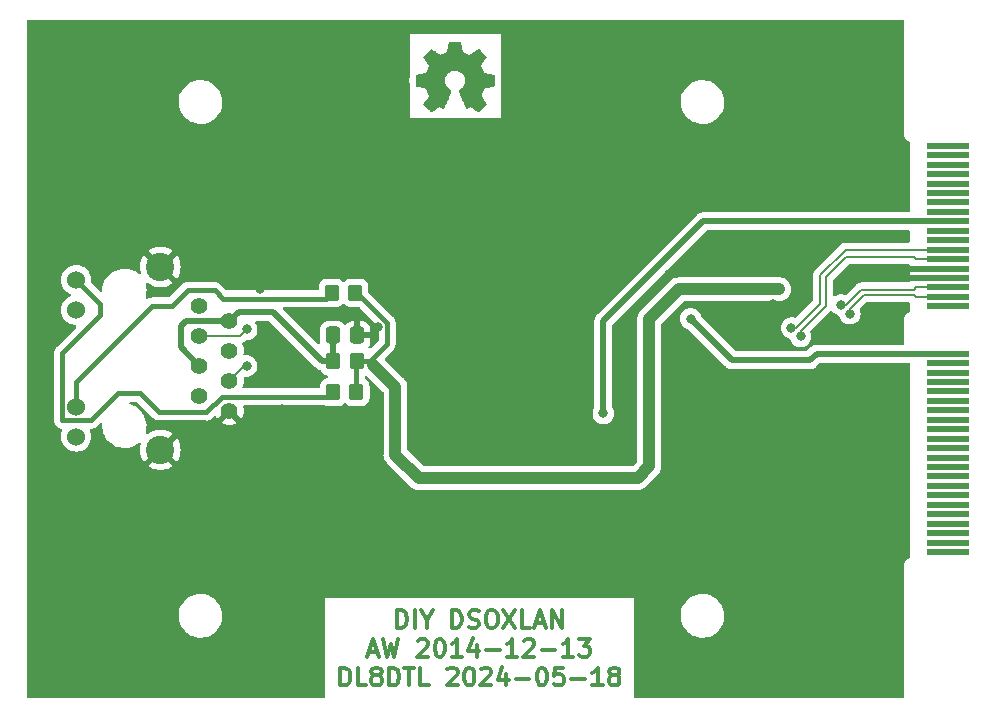
<source format=gbr>
%TF.GenerationSoftware,KiCad,Pcbnew,7.0.2*%
%TF.CreationDate,2024-05-24T23:14:04+02:00*%
%TF.ProjectId,dsoxlan,64736f78-6c61-46e2-9e6b-696361645f70,rev?*%
%TF.SameCoordinates,Original*%
%TF.FileFunction,Copper,L1,Top*%
%TF.FilePolarity,Positive*%
%FSLAX46Y46*%
G04 Gerber Fmt 4.6, Leading zero omitted, Abs format (unit mm)*
G04 Created by KiCad (PCBNEW 7.0.2) date 2024-05-24 23:14:04*
%MOMM*%
%LPD*%
G01*
G04 APERTURE LIST*
G04 Aperture macros list*
%AMRoundRect*
0 Rectangle with rounded corners*
0 $1 Rounding radius*
0 $2 $3 $4 $5 $6 $7 $8 $9 X,Y pos of 4 corners*
0 Add a 4 corners polygon primitive as box body*
4,1,4,$2,$3,$4,$5,$6,$7,$8,$9,$2,$3,0*
0 Add four circle primitives for the rounded corners*
1,1,$1+$1,$2,$3*
1,1,$1+$1,$4,$5*
1,1,$1+$1,$6,$7*
1,1,$1+$1,$8,$9*
0 Add four rect primitives between the rounded corners*
20,1,$1+$1,$2,$3,$4,$5,0*
20,1,$1+$1,$4,$5,$6,$7,0*
20,1,$1+$1,$6,$7,$8,$9,0*
20,1,$1+$1,$8,$9,$2,$3,0*%
G04 Aperture macros list end*
%ADD10C,0.300000*%
%TA.AperFunction,NonConductor*%
%ADD11C,0.300000*%
%TD*%
%TA.AperFunction,EtchedComponent*%
%ADD12C,0.010000*%
%TD*%
%TA.AperFunction,ComponentPad*%
%ADD13C,2.400000*%
%TD*%
%TA.AperFunction,ComponentPad*%
%ADD14C,1.530000*%
%TD*%
%TA.AperFunction,ComponentPad*%
%ADD15C,1.400000*%
%TD*%
%TA.AperFunction,SMDPad,CuDef*%
%ADD16RoundRect,0.250000X0.337500X0.475000X-0.337500X0.475000X-0.337500X-0.475000X0.337500X-0.475000X0*%
%TD*%
%TA.AperFunction,ConnectorPad*%
%ADD17R,3.600000X0.550000*%
%TD*%
%TA.AperFunction,SMDPad,CuDef*%
%ADD18RoundRect,0.250000X0.350000X0.450000X-0.350000X0.450000X-0.350000X-0.450000X0.350000X-0.450000X0*%
%TD*%
%TA.AperFunction,ViaPad*%
%ADD19C,0.800000*%
%TD*%
%TA.AperFunction,Conductor*%
%ADD20C,0.400000*%
%TD*%
%TA.AperFunction,Conductor*%
%ADD21C,0.500000*%
%TD*%
%TA.AperFunction,Conductor*%
%ADD22C,0.200000*%
%TD*%
%TA.AperFunction,Conductor*%
%ADD23C,1.000000*%
%TD*%
G04 APERTURE END LIST*
D10*
D11*
X144145844Y-111180830D02*
X144145844Y-109680830D01*
X144145844Y-109680830D02*
X144502987Y-109680830D01*
X144502987Y-109680830D02*
X144717273Y-109752259D01*
X144717273Y-109752259D02*
X144860130Y-109895116D01*
X144860130Y-109895116D02*
X144931559Y-110037973D01*
X144931559Y-110037973D02*
X145002987Y-110323687D01*
X145002987Y-110323687D02*
X145002987Y-110537973D01*
X145002987Y-110537973D02*
X144931559Y-110823687D01*
X144931559Y-110823687D02*
X144860130Y-110966544D01*
X144860130Y-110966544D02*
X144717273Y-111109402D01*
X144717273Y-111109402D02*
X144502987Y-111180830D01*
X144502987Y-111180830D02*
X144145844Y-111180830D01*
X145645844Y-111180830D02*
X145645844Y-109680830D01*
X146645845Y-110466544D02*
X146645845Y-111180830D01*
X146145845Y-109680830D02*
X146645845Y-110466544D01*
X146645845Y-110466544D02*
X147145845Y-109680830D01*
X148788701Y-111180830D02*
X148788701Y-109680830D01*
X148788701Y-109680830D02*
X149145844Y-109680830D01*
X149145844Y-109680830D02*
X149360130Y-109752259D01*
X149360130Y-109752259D02*
X149502987Y-109895116D01*
X149502987Y-109895116D02*
X149574416Y-110037973D01*
X149574416Y-110037973D02*
X149645844Y-110323687D01*
X149645844Y-110323687D02*
X149645844Y-110537973D01*
X149645844Y-110537973D02*
X149574416Y-110823687D01*
X149574416Y-110823687D02*
X149502987Y-110966544D01*
X149502987Y-110966544D02*
X149360130Y-111109402D01*
X149360130Y-111109402D02*
X149145844Y-111180830D01*
X149145844Y-111180830D02*
X148788701Y-111180830D01*
X150217273Y-111109402D02*
X150431559Y-111180830D01*
X150431559Y-111180830D02*
X150788701Y-111180830D01*
X150788701Y-111180830D02*
X150931559Y-111109402D01*
X150931559Y-111109402D02*
X151002987Y-111037973D01*
X151002987Y-111037973D02*
X151074416Y-110895116D01*
X151074416Y-110895116D02*
X151074416Y-110752259D01*
X151074416Y-110752259D02*
X151002987Y-110609402D01*
X151002987Y-110609402D02*
X150931559Y-110537973D01*
X150931559Y-110537973D02*
X150788701Y-110466544D01*
X150788701Y-110466544D02*
X150502987Y-110395116D01*
X150502987Y-110395116D02*
X150360130Y-110323687D01*
X150360130Y-110323687D02*
X150288701Y-110252259D01*
X150288701Y-110252259D02*
X150217273Y-110109402D01*
X150217273Y-110109402D02*
X150217273Y-109966544D01*
X150217273Y-109966544D02*
X150288701Y-109823687D01*
X150288701Y-109823687D02*
X150360130Y-109752259D01*
X150360130Y-109752259D02*
X150502987Y-109680830D01*
X150502987Y-109680830D02*
X150860130Y-109680830D01*
X150860130Y-109680830D02*
X151074416Y-109752259D01*
X152002987Y-109680830D02*
X152288701Y-109680830D01*
X152288701Y-109680830D02*
X152431558Y-109752259D01*
X152431558Y-109752259D02*
X152574415Y-109895116D01*
X152574415Y-109895116D02*
X152645844Y-110180830D01*
X152645844Y-110180830D02*
X152645844Y-110680830D01*
X152645844Y-110680830D02*
X152574415Y-110966544D01*
X152574415Y-110966544D02*
X152431558Y-111109402D01*
X152431558Y-111109402D02*
X152288701Y-111180830D01*
X152288701Y-111180830D02*
X152002987Y-111180830D01*
X152002987Y-111180830D02*
X151860130Y-111109402D01*
X151860130Y-111109402D02*
X151717272Y-110966544D01*
X151717272Y-110966544D02*
X151645844Y-110680830D01*
X151645844Y-110680830D02*
X151645844Y-110180830D01*
X151645844Y-110180830D02*
X151717272Y-109895116D01*
X151717272Y-109895116D02*
X151860130Y-109752259D01*
X151860130Y-109752259D02*
X152002987Y-109680830D01*
X153145844Y-109680830D02*
X154145844Y-111180830D01*
X154145844Y-109680830D02*
X153145844Y-111180830D01*
X155431558Y-111180830D02*
X154717272Y-111180830D01*
X154717272Y-111180830D02*
X154717272Y-109680830D01*
X155860130Y-110752259D02*
X156574416Y-110752259D01*
X155717273Y-111180830D02*
X156217273Y-109680830D01*
X156217273Y-109680830D02*
X156717273Y-111180830D01*
X157217272Y-111180830D02*
X157217272Y-109680830D01*
X157217272Y-109680830D02*
X158074415Y-111180830D01*
X158074415Y-111180830D02*
X158074415Y-109680830D01*
X141752989Y-113182259D02*
X142467275Y-113182259D01*
X141610132Y-113610830D02*
X142110132Y-112110830D01*
X142110132Y-112110830D02*
X142610132Y-113610830D01*
X142967274Y-112110830D02*
X143324417Y-113610830D01*
X143324417Y-113610830D02*
X143610131Y-112539402D01*
X143610131Y-112539402D02*
X143895846Y-113610830D01*
X143895846Y-113610830D02*
X144252989Y-112110830D01*
X145895846Y-112253687D02*
X145967274Y-112182259D01*
X145967274Y-112182259D02*
X146110132Y-112110830D01*
X146110132Y-112110830D02*
X146467274Y-112110830D01*
X146467274Y-112110830D02*
X146610132Y-112182259D01*
X146610132Y-112182259D02*
X146681560Y-112253687D01*
X146681560Y-112253687D02*
X146752989Y-112396544D01*
X146752989Y-112396544D02*
X146752989Y-112539402D01*
X146752989Y-112539402D02*
X146681560Y-112753687D01*
X146681560Y-112753687D02*
X145824417Y-113610830D01*
X145824417Y-113610830D02*
X146752989Y-113610830D01*
X147681560Y-112110830D02*
X147824417Y-112110830D01*
X147824417Y-112110830D02*
X147967274Y-112182259D01*
X147967274Y-112182259D02*
X148038703Y-112253687D01*
X148038703Y-112253687D02*
X148110131Y-112396544D01*
X148110131Y-112396544D02*
X148181560Y-112682259D01*
X148181560Y-112682259D02*
X148181560Y-113039402D01*
X148181560Y-113039402D02*
X148110131Y-113325116D01*
X148110131Y-113325116D02*
X148038703Y-113467973D01*
X148038703Y-113467973D02*
X147967274Y-113539402D01*
X147967274Y-113539402D02*
X147824417Y-113610830D01*
X147824417Y-113610830D02*
X147681560Y-113610830D01*
X147681560Y-113610830D02*
X147538703Y-113539402D01*
X147538703Y-113539402D02*
X147467274Y-113467973D01*
X147467274Y-113467973D02*
X147395845Y-113325116D01*
X147395845Y-113325116D02*
X147324417Y-113039402D01*
X147324417Y-113039402D02*
X147324417Y-112682259D01*
X147324417Y-112682259D02*
X147395845Y-112396544D01*
X147395845Y-112396544D02*
X147467274Y-112253687D01*
X147467274Y-112253687D02*
X147538703Y-112182259D01*
X147538703Y-112182259D02*
X147681560Y-112110830D01*
X149610131Y-113610830D02*
X148752988Y-113610830D01*
X149181559Y-113610830D02*
X149181559Y-112110830D01*
X149181559Y-112110830D02*
X149038702Y-112325116D01*
X149038702Y-112325116D02*
X148895845Y-112467973D01*
X148895845Y-112467973D02*
X148752988Y-112539402D01*
X150895845Y-112610830D02*
X150895845Y-113610830D01*
X150538702Y-112039402D02*
X150181559Y-113110830D01*
X150181559Y-113110830D02*
X151110130Y-113110830D01*
X151681558Y-113039402D02*
X152824416Y-113039402D01*
X154324416Y-113610830D02*
X153467273Y-113610830D01*
X153895844Y-113610830D02*
X153895844Y-112110830D01*
X153895844Y-112110830D02*
X153752987Y-112325116D01*
X153752987Y-112325116D02*
X153610130Y-112467973D01*
X153610130Y-112467973D02*
X153467273Y-112539402D01*
X154895844Y-112253687D02*
X154967272Y-112182259D01*
X154967272Y-112182259D02*
X155110130Y-112110830D01*
X155110130Y-112110830D02*
X155467272Y-112110830D01*
X155467272Y-112110830D02*
X155610130Y-112182259D01*
X155610130Y-112182259D02*
X155681558Y-112253687D01*
X155681558Y-112253687D02*
X155752987Y-112396544D01*
X155752987Y-112396544D02*
X155752987Y-112539402D01*
X155752987Y-112539402D02*
X155681558Y-112753687D01*
X155681558Y-112753687D02*
X154824415Y-113610830D01*
X154824415Y-113610830D02*
X155752987Y-113610830D01*
X156395843Y-113039402D02*
X157538701Y-113039402D01*
X159038701Y-113610830D02*
X158181558Y-113610830D01*
X158610129Y-113610830D02*
X158610129Y-112110830D01*
X158610129Y-112110830D02*
X158467272Y-112325116D01*
X158467272Y-112325116D02*
X158324415Y-112467973D01*
X158324415Y-112467973D02*
X158181558Y-112539402D01*
X159538700Y-112110830D02*
X160467272Y-112110830D01*
X160467272Y-112110830D02*
X159967272Y-112682259D01*
X159967272Y-112682259D02*
X160181557Y-112682259D01*
X160181557Y-112682259D02*
X160324415Y-112753687D01*
X160324415Y-112753687D02*
X160395843Y-112825116D01*
X160395843Y-112825116D02*
X160467272Y-112967973D01*
X160467272Y-112967973D02*
X160467272Y-113325116D01*
X160467272Y-113325116D02*
X160395843Y-113467973D01*
X160395843Y-113467973D02*
X160324415Y-113539402D01*
X160324415Y-113539402D02*
X160181557Y-113610830D01*
X160181557Y-113610830D02*
X159752986Y-113610830D01*
X159752986Y-113610830D02*
X159610129Y-113539402D01*
X159610129Y-113539402D02*
X159538700Y-113467973D01*
X139324417Y-116040830D02*
X139324417Y-114540830D01*
X139324417Y-114540830D02*
X139681560Y-114540830D01*
X139681560Y-114540830D02*
X139895846Y-114612259D01*
X139895846Y-114612259D02*
X140038703Y-114755116D01*
X140038703Y-114755116D02*
X140110132Y-114897973D01*
X140110132Y-114897973D02*
X140181560Y-115183687D01*
X140181560Y-115183687D02*
X140181560Y-115397973D01*
X140181560Y-115397973D02*
X140110132Y-115683687D01*
X140110132Y-115683687D02*
X140038703Y-115826544D01*
X140038703Y-115826544D02*
X139895846Y-115969402D01*
X139895846Y-115969402D02*
X139681560Y-116040830D01*
X139681560Y-116040830D02*
X139324417Y-116040830D01*
X141538703Y-116040830D02*
X140824417Y-116040830D01*
X140824417Y-116040830D02*
X140824417Y-114540830D01*
X142252989Y-115183687D02*
X142110132Y-115112259D01*
X142110132Y-115112259D02*
X142038703Y-115040830D01*
X142038703Y-115040830D02*
X141967275Y-114897973D01*
X141967275Y-114897973D02*
X141967275Y-114826544D01*
X141967275Y-114826544D02*
X142038703Y-114683687D01*
X142038703Y-114683687D02*
X142110132Y-114612259D01*
X142110132Y-114612259D02*
X142252989Y-114540830D01*
X142252989Y-114540830D02*
X142538703Y-114540830D01*
X142538703Y-114540830D02*
X142681561Y-114612259D01*
X142681561Y-114612259D02*
X142752989Y-114683687D01*
X142752989Y-114683687D02*
X142824418Y-114826544D01*
X142824418Y-114826544D02*
X142824418Y-114897973D01*
X142824418Y-114897973D02*
X142752989Y-115040830D01*
X142752989Y-115040830D02*
X142681561Y-115112259D01*
X142681561Y-115112259D02*
X142538703Y-115183687D01*
X142538703Y-115183687D02*
X142252989Y-115183687D01*
X142252989Y-115183687D02*
X142110132Y-115255116D01*
X142110132Y-115255116D02*
X142038703Y-115326544D01*
X142038703Y-115326544D02*
X141967275Y-115469402D01*
X141967275Y-115469402D02*
X141967275Y-115755116D01*
X141967275Y-115755116D02*
X142038703Y-115897973D01*
X142038703Y-115897973D02*
X142110132Y-115969402D01*
X142110132Y-115969402D02*
X142252989Y-116040830D01*
X142252989Y-116040830D02*
X142538703Y-116040830D01*
X142538703Y-116040830D02*
X142681561Y-115969402D01*
X142681561Y-115969402D02*
X142752989Y-115897973D01*
X142752989Y-115897973D02*
X142824418Y-115755116D01*
X142824418Y-115755116D02*
X142824418Y-115469402D01*
X142824418Y-115469402D02*
X142752989Y-115326544D01*
X142752989Y-115326544D02*
X142681561Y-115255116D01*
X142681561Y-115255116D02*
X142538703Y-115183687D01*
X143467274Y-116040830D02*
X143467274Y-114540830D01*
X143467274Y-114540830D02*
X143824417Y-114540830D01*
X143824417Y-114540830D02*
X144038703Y-114612259D01*
X144038703Y-114612259D02*
X144181560Y-114755116D01*
X144181560Y-114755116D02*
X144252989Y-114897973D01*
X144252989Y-114897973D02*
X144324417Y-115183687D01*
X144324417Y-115183687D02*
X144324417Y-115397973D01*
X144324417Y-115397973D02*
X144252989Y-115683687D01*
X144252989Y-115683687D02*
X144181560Y-115826544D01*
X144181560Y-115826544D02*
X144038703Y-115969402D01*
X144038703Y-115969402D02*
X143824417Y-116040830D01*
X143824417Y-116040830D02*
X143467274Y-116040830D01*
X144752989Y-114540830D02*
X145610132Y-114540830D01*
X145181560Y-116040830D02*
X145181560Y-114540830D01*
X146824417Y-116040830D02*
X146110131Y-116040830D01*
X146110131Y-116040830D02*
X146110131Y-114540830D01*
X148395846Y-114683687D02*
X148467274Y-114612259D01*
X148467274Y-114612259D02*
X148610132Y-114540830D01*
X148610132Y-114540830D02*
X148967274Y-114540830D01*
X148967274Y-114540830D02*
X149110132Y-114612259D01*
X149110132Y-114612259D02*
X149181560Y-114683687D01*
X149181560Y-114683687D02*
X149252989Y-114826544D01*
X149252989Y-114826544D02*
X149252989Y-114969402D01*
X149252989Y-114969402D02*
X149181560Y-115183687D01*
X149181560Y-115183687D02*
X148324417Y-116040830D01*
X148324417Y-116040830D02*
X149252989Y-116040830D01*
X150181560Y-114540830D02*
X150324417Y-114540830D01*
X150324417Y-114540830D02*
X150467274Y-114612259D01*
X150467274Y-114612259D02*
X150538703Y-114683687D01*
X150538703Y-114683687D02*
X150610131Y-114826544D01*
X150610131Y-114826544D02*
X150681560Y-115112259D01*
X150681560Y-115112259D02*
X150681560Y-115469402D01*
X150681560Y-115469402D02*
X150610131Y-115755116D01*
X150610131Y-115755116D02*
X150538703Y-115897973D01*
X150538703Y-115897973D02*
X150467274Y-115969402D01*
X150467274Y-115969402D02*
X150324417Y-116040830D01*
X150324417Y-116040830D02*
X150181560Y-116040830D01*
X150181560Y-116040830D02*
X150038703Y-115969402D01*
X150038703Y-115969402D02*
X149967274Y-115897973D01*
X149967274Y-115897973D02*
X149895845Y-115755116D01*
X149895845Y-115755116D02*
X149824417Y-115469402D01*
X149824417Y-115469402D02*
X149824417Y-115112259D01*
X149824417Y-115112259D02*
X149895845Y-114826544D01*
X149895845Y-114826544D02*
X149967274Y-114683687D01*
X149967274Y-114683687D02*
X150038703Y-114612259D01*
X150038703Y-114612259D02*
X150181560Y-114540830D01*
X151252988Y-114683687D02*
X151324416Y-114612259D01*
X151324416Y-114612259D02*
X151467274Y-114540830D01*
X151467274Y-114540830D02*
X151824416Y-114540830D01*
X151824416Y-114540830D02*
X151967274Y-114612259D01*
X151967274Y-114612259D02*
X152038702Y-114683687D01*
X152038702Y-114683687D02*
X152110131Y-114826544D01*
X152110131Y-114826544D02*
X152110131Y-114969402D01*
X152110131Y-114969402D02*
X152038702Y-115183687D01*
X152038702Y-115183687D02*
X151181559Y-116040830D01*
X151181559Y-116040830D02*
X152110131Y-116040830D01*
X153395845Y-115040830D02*
X153395845Y-116040830D01*
X153038702Y-114469402D02*
X152681559Y-115540830D01*
X152681559Y-115540830D02*
X153610130Y-115540830D01*
X154181558Y-115469402D02*
X155324416Y-115469402D01*
X156324416Y-114540830D02*
X156467273Y-114540830D01*
X156467273Y-114540830D02*
X156610130Y-114612259D01*
X156610130Y-114612259D02*
X156681559Y-114683687D01*
X156681559Y-114683687D02*
X156752987Y-114826544D01*
X156752987Y-114826544D02*
X156824416Y-115112259D01*
X156824416Y-115112259D02*
X156824416Y-115469402D01*
X156824416Y-115469402D02*
X156752987Y-115755116D01*
X156752987Y-115755116D02*
X156681559Y-115897973D01*
X156681559Y-115897973D02*
X156610130Y-115969402D01*
X156610130Y-115969402D02*
X156467273Y-116040830D01*
X156467273Y-116040830D02*
X156324416Y-116040830D01*
X156324416Y-116040830D02*
X156181559Y-115969402D01*
X156181559Y-115969402D02*
X156110130Y-115897973D01*
X156110130Y-115897973D02*
X156038701Y-115755116D01*
X156038701Y-115755116D02*
X155967273Y-115469402D01*
X155967273Y-115469402D02*
X155967273Y-115112259D01*
X155967273Y-115112259D02*
X156038701Y-114826544D01*
X156038701Y-114826544D02*
X156110130Y-114683687D01*
X156110130Y-114683687D02*
X156181559Y-114612259D01*
X156181559Y-114612259D02*
X156324416Y-114540830D01*
X158181558Y-114540830D02*
X157467272Y-114540830D01*
X157467272Y-114540830D02*
X157395844Y-115255116D01*
X157395844Y-115255116D02*
X157467272Y-115183687D01*
X157467272Y-115183687D02*
X157610130Y-115112259D01*
X157610130Y-115112259D02*
X157967272Y-115112259D01*
X157967272Y-115112259D02*
X158110130Y-115183687D01*
X158110130Y-115183687D02*
X158181558Y-115255116D01*
X158181558Y-115255116D02*
X158252987Y-115397973D01*
X158252987Y-115397973D02*
X158252987Y-115755116D01*
X158252987Y-115755116D02*
X158181558Y-115897973D01*
X158181558Y-115897973D02*
X158110130Y-115969402D01*
X158110130Y-115969402D02*
X157967272Y-116040830D01*
X157967272Y-116040830D02*
X157610130Y-116040830D01*
X157610130Y-116040830D02*
X157467272Y-115969402D01*
X157467272Y-115969402D02*
X157395844Y-115897973D01*
X158895843Y-115469402D02*
X160038701Y-115469402D01*
X161538701Y-116040830D02*
X160681558Y-116040830D01*
X161110129Y-116040830D02*
X161110129Y-114540830D01*
X161110129Y-114540830D02*
X160967272Y-114755116D01*
X160967272Y-114755116D02*
X160824415Y-114897973D01*
X160824415Y-114897973D02*
X160681558Y-114969402D01*
X162395843Y-115183687D02*
X162252986Y-115112259D01*
X162252986Y-115112259D02*
X162181557Y-115040830D01*
X162181557Y-115040830D02*
X162110129Y-114897973D01*
X162110129Y-114897973D02*
X162110129Y-114826544D01*
X162110129Y-114826544D02*
X162181557Y-114683687D01*
X162181557Y-114683687D02*
X162252986Y-114612259D01*
X162252986Y-114612259D02*
X162395843Y-114540830D01*
X162395843Y-114540830D02*
X162681557Y-114540830D01*
X162681557Y-114540830D02*
X162824415Y-114612259D01*
X162824415Y-114612259D02*
X162895843Y-114683687D01*
X162895843Y-114683687D02*
X162967272Y-114826544D01*
X162967272Y-114826544D02*
X162967272Y-114897973D01*
X162967272Y-114897973D02*
X162895843Y-115040830D01*
X162895843Y-115040830D02*
X162824415Y-115112259D01*
X162824415Y-115112259D02*
X162681557Y-115183687D01*
X162681557Y-115183687D02*
X162395843Y-115183687D01*
X162395843Y-115183687D02*
X162252986Y-115255116D01*
X162252986Y-115255116D02*
X162181557Y-115326544D01*
X162181557Y-115326544D02*
X162110129Y-115469402D01*
X162110129Y-115469402D02*
X162110129Y-115755116D01*
X162110129Y-115755116D02*
X162181557Y-115897973D01*
X162181557Y-115897973D02*
X162252986Y-115969402D01*
X162252986Y-115969402D02*
X162395843Y-116040830D01*
X162395843Y-116040830D02*
X162681557Y-116040830D01*
X162681557Y-116040830D02*
X162824415Y-115969402D01*
X162824415Y-115969402D02*
X162895843Y-115897973D01*
X162895843Y-115897973D02*
X162967272Y-115755116D01*
X162967272Y-115755116D02*
X162967272Y-115469402D01*
X162967272Y-115469402D02*
X162895843Y-115326544D01*
X162895843Y-115326544D02*
X162824415Y-115255116D01*
X162824415Y-115255116D02*
X162681557Y-115183687D01*
%TO.C,SYM101*%
D12*
X149555814Y-61968931D02*
X149639635Y-62413555D01*
X149948920Y-62541053D01*
X150258206Y-62668551D01*
X150629246Y-62416246D01*
X150733157Y-62345996D01*
X150827087Y-62283272D01*
X150906652Y-62230938D01*
X150967470Y-62191857D01*
X151005157Y-62168893D01*
X151015421Y-62163942D01*
X151033910Y-62176676D01*
X151073420Y-62211882D01*
X151129522Y-62265062D01*
X151197787Y-62331718D01*
X151273786Y-62407354D01*
X151353092Y-62487472D01*
X151431275Y-62567574D01*
X151503907Y-62643164D01*
X151566559Y-62709745D01*
X151614803Y-62762818D01*
X151644210Y-62797887D01*
X151651241Y-62809623D01*
X151641123Y-62831260D01*
X151612759Y-62878662D01*
X151569129Y-62947193D01*
X151513218Y-63032215D01*
X151448006Y-63129093D01*
X151410219Y-63184350D01*
X151341343Y-63285248D01*
X151280140Y-63376299D01*
X151229578Y-63452970D01*
X151192628Y-63510728D01*
X151172258Y-63545043D01*
X151169197Y-63552254D01*
X151176136Y-63572748D01*
X151195051Y-63620513D01*
X151223087Y-63688832D01*
X151257391Y-63770989D01*
X151295109Y-63860270D01*
X151333387Y-63949958D01*
X151369370Y-64033338D01*
X151400206Y-64103694D01*
X151423039Y-64154310D01*
X151435017Y-64178471D01*
X151435724Y-64179422D01*
X151454531Y-64184036D01*
X151504618Y-64194328D01*
X151580793Y-64209287D01*
X151677865Y-64227901D01*
X151790643Y-64249159D01*
X151856442Y-64261418D01*
X151976950Y-64284362D01*
X152085797Y-64306195D01*
X152177476Y-64325722D01*
X152246481Y-64341748D01*
X152287304Y-64353079D01*
X152295511Y-64356674D01*
X152303548Y-64381006D01*
X152310033Y-64435959D01*
X152314970Y-64515108D01*
X152318364Y-64612026D01*
X152320218Y-64720287D01*
X152320538Y-64833465D01*
X152319327Y-64945135D01*
X152316590Y-65048868D01*
X152312331Y-65138241D01*
X152306555Y-65206826D01*
X152299267Y-65248197D01*
X152294895Y-65256810D01*
X152268764Y-65267133D01*
X152213393Y-65281892D01*
X152136107Y-65299352D01*
X152044230Y-65317780D01*
X152012158Y-65323741D01*
X151857524Y-65352066D01*
X151735375Y-65374876D01*
X151641673Y-65393080D01*
X151572384Y-65407583D01*
X151523471Y-65419292D01*
X151490897Y-65429115D01*
X151470628Y-65437956D01*
X151458626Y-65446724D01*
X151456947Y-65448457D01*
X151440184Y-65476371D01*
X151414614Y-65530695D01*
X151382788Y-65604777D01*
X151347260Y-65691965D01*
X151310583Y-65785608D01*
X151275311Y-65879052D01*
X151243996Y-65965647D01*
X151219193Y-66038740D01*
X151203454Y-66091678D01*
X151199332Y-66117811D01*
X151199676Y-66118726D01*
X151213641Y-66140086D01*
X151245322Y-66187084D01*
X151291391Y-66254827D01*
X151348518Y-66338423D01*
X151413373Y-66432982D01*
X151431843Y-66459854D01*
X151497699Y-66557275D01*
X151555650Y-66646163D01*
X151602538Y-66721412D01*
X151635207Y-66777920D01*
X151650500Y-66810581D01*
X151651241Y-66814593D01*
X151638392Y-66835684D01*
X151602888Y-66877464D01*
X151549293Y-66935445D01*
X151482171Y-67005135D01*
X151406087Y-67082045D01*
X151325604Y-67161683D01*
X151245287Y-67239561D01*
X151169699Y-67311186D01*
X151103405Y-67372070D01*
X151050969Y-67417721D01*
X151016955Y-67443650D01*
X151007545Y-67447883D01*
X150985643Y-67437912D01*
X150940800Y-67411020D01*
X150880321Y-67371736D01*
X150833789Y-67340117D01*
X150749475Y-67282098D01*
X150649626Y-67213784D01*
X150549473Y-67145579D01*
X150495627Y-67109075D01*
X150313371Y-66985800D01*
X150160381Y-67068520D01*
X150090682Y-67104759D01*
X150031414Y-67132926D01*
X149991311Y-67148991D01*
X149981103Y-67151226D01*
X149968829Y-67134722D01*
X149944613Y-67088082D01*
X149910263Y-67015609D01*
X149867588Y-66921606D01*
X149818394Y-66810374D01*
X149764490Y-66686215D01*
X149707684Y-66553432D01*
X149649782Y-66416327D01*
X149592593Y-66279202D01*
X149537924Y-66146358D01*
X149487584Y-66022098D01*
X149443380Y-65910725D01*
X149407119Y-65816539D01*
X149380609Y-65743844D01*
X149365658Y-65696941D01*
X149363254Y-65680833D01*
X149382311Y-65660286D01*
X149424036Y-65626933D01*
X149479706Y-65587702D01*
X149484378Y-65584599D01*
X149628264Y-65469423D01*
X149744283Y-65335053D01*
X149831430Y-65185784D01*
X149888699Y-65025913D01*
X149915086Y-64859737D01*
X149909585Y-64691552D01*
X149871190Y-64525655D01*
X149798895Y-64366342D01*
X149777626Y-64331487D01*
X149666996Y-64190737D01*
X149536302Y-64077714D01*
X149390064Y-63993003D01*
X149232808Y-63937194D01*
X149069057Y-63910874D01*
X148903333Y-63914630D01*
X148740162Y-63949050D01*
X148584065Y-64014723D01*
X148439567Y-64112235D01*
X148394869Y-64151813D01*
X148281112Y-64275703D01*
X148198218Y-64406124D01*
X148141356Y-64552315D01*
X148109687Y-64697088D01*
X148101869Y-64859860D01*
X148127938Y-65023440D01*
X148185245Y-65182298D01*
X148271144Y-65330906D01*
X148382986Y-65463735D01*
X148518123Y-65575256D01*
X148535883Y-65587011D01*
X148592150Y-65625508D01*
X148634923Y-65658863D01*
X148655372Y-65680160D01*
X148655669Y-65680833D01*
X148651279Y-65703871D01*
X148633876Y-65756157D01*
X148605268Y-65833390D01*
X148567265Y-65931268D01*
X148521674Y-66045491D01*
X148470303Y-66171758D01*
X148414962Y-66305767D01*
X148357458Y-66443218D01*
X148299601Y-66579808D01*
X148243198Y-66711237D01*
X148190058Y-66833205D01*
X148141990Y-66941409D01*
X148100801Y-67031549D01*
X148068301Y-67099323D01*
X148046297Y-67140430D01*
X148037436Y-67151226D01*
X148010360Y-67142819D01*
X147959697Y-67120272D01*
X147894183Y-67087613D01*
X147858159Y-67068520D01*
X147705168Y-66985800D01*
X147522912Y-67109075D01*
X147429875Y-67172228D01*
X147328015Y-67241727D01*
X147232562Y-67307165D01*
X147184750Y-67340117D01*
X147117505Y-67385273D01*
X147060564Y-67421057D01*
X147021354Y-67442938D01*
X147008619Y-67447563D01*
X146990083Y-67435085D01*
X146949059Y-67400252D01*
X146889525Y-67346678D01*
X146815458Y-67277983D01*
X146730835Y-67197781D01*
X146677315Y-67146286D01*
X146583681Y-67054286D01*
X146502759Y-66971999D01*
X146437823Y-66902945D01*
X146392142Y-66850644D01*
X146368989Y-66818616D01*
X146366768Y-66812116D01*
X146377076Y-66787394D01*
X146405561Y-66737405D01*
X146449063Y-66667212D01*
X146504423Y-66581875D01*
X146568480Y-66486456D01*
X146586697Y-66459854D01*
X146653073Y-66363167D01*
X146712622Y-66276117D01*
X146762016Y-66203595D01*
X146797925Y-66150493D01*
X146817019Y-66121703D01*
X146818864Y-66118726D01*
X146816105Y-66095782D01*
X146801462Y-66045336D01*
X146777487Y-65974041D01*
X146746734Y-65888547D01*
X146711756Y-65795507D01*
X146675107Y-65701574D01*
X146639339Y-65613399D01*
X146607006Y-65537634D01*
X146580662Y-65480931D01*
X146562858Y-65449943D01*
X146561593Y-65448457D01*
X146550706Y-65439601D01*
X146532318Y-65430843D01*
X146502394Y-65421277D01*
X146456897Y-65409996D01*
X146391791Y-65396093D01*
X146303039Y-65378663D01*
X146186607Y-65356798D01*
X146038458Y-65329591D01*
X146006382Y-65323741D01*
X145911314Y-65305374D01*
X145828435Y-65287405D01*
X145765070Y-65271569D01*
X145728542Y-65259600D01*
X145723644Y-65256810D01*
X145715573Y-65232072D01*
X145709013Y-65176790D01*
X145703967Y-65097389D01*
X145700441Y-65000296D01*
X145698439Y-64891938D01*
X145697964Y-64778740D01*
X145699023Y-64667128D01*
X145701618Y-64563529D01*
X145705754Y-64474368D01*
X145711437Y-64406072D01*
X145718669Y-64365066D01*
X145723029Y-64356674D01*
X145747302Y-64348208D01*
X145802574Y-64334435D01*
X145883338Y-64316550D01*
X145984088Y-64295748D01*
X146099317Y-64273223D01*
X146162098Y-64261418D01*
X146281213Y-64239151D01*
X146387435Y-64218979D01*
X146475573Y-64201915D01*
X146540434Y-64188969D01*
X146576826Y-64181155D01*
X146582816Y-64179422D01*
X146592939Y-64159890D01*
X146614338Y-64112843D01*
X146644161Y-64045003D01*
X146679555Y-63963091D01*
X146717668Y-63873828D01*
X146755647Y-63783935D01*
X146790640Y-63700135D01*
X146819794Y-63629147D01*
X146840257Y-63577694D01*
X146849177Y-63552497D01*
X146849343Y-63551396D01*
X146839231Y-63531519D01*
X146810883Y-63485777D01*
X146767277Y-63418717D01*
X146711394Y-63334884D01*
X146646213Y-63238826D01*
X146608321Y-63183650D01*
X146539275Y-63082481D01*
X146477950Y-62990630D01*
X146427337Y-62912744D01*
X146390429Y-62853469D01*
X146370218Y-62817451D01*
X146367299Y-62809377D01*
X146379847Y-62790584D01*
X146414537Y-62750457D01*
X146466937Y-62693493D01*
X146532616Y-62624185D01*
X146607144Y-62547031D01*
X146686087Y-62466525D01*
X146765017Y-62387163D01*
X146839500Y-62313440D01*
X146905106Y-62249852D01*
X146957404Y-62200894D01*
X146991961Y-62171061D01*
X147003522Y-62163942D01*
X147022346Y-62173953D01*
X147067369Y-62202078D01*
X147134213Y-62245454D01*
X147218501Y-62301218D01*
X147315856Y-62366506D01*
X147389293Y-62416246D01*
X147760333Y-62668551D01*
X148378905Y-62413555D01*
X148462725Y-61968931D01*
X148546546Y-61524307D01*
X149471994Y-61524307D01*
X149555814Y-61968931D01*
%TA.AperFunction,EtchedComponent*%
G36*
X149555814Y-61968931D02*
G01*
X149639635Y-62413555D01*
X149948920Y-62541053D01*
X150258206Y-62668551D01*
X150629246Y-62416246D01*
X150733157Y-62345996D01*
X150827087Y-62283272D01*
X150906652Y-62230938D01*
X150967470Y-62191857D01*
X151005157Y-62168893D01*
X151015421Y-62163942D01*
X151033910Y-62176676D01*
X151073420Y-62211882D01*
X151129522Y-62265062D01*
X151197787Y-62331718D01*
X151273786Y-62407354D01*
X151353092Y-62487472D01*
X151431275Y-62567574D01*
X151503907Y-62643164D01*
X151566559Y-62709745D01*
X151614803Y-62762818D01*
X151644210Y-62797887D01*
X151651241Y-62809623D01*
X151641123Y-62831260D01*
X151612759Y-62878662D01*
X151569129Y-62947193D01*
X151513218Y-63032215D01*
X151448006Y-63129093D01*
X151410219Y-63184350D01*
X151341343Y-63285248D01*
X151280140Y-63376299D01*
X151229578Y-63452970D01*
X151192628Y-63510728D01*
X151172258Y-63545043D01*
X151169197Y-63552254D01*
X151176136Y-63572748D01*
X151195051Y-63620513D01*
X151223087Y-63688832D01*
X151257391Y-63770989D01*
X151295109Y-63860270D01*
X151333387Y-63949958D01*
X151369370Y-64033338D01*
X151400206Y-64103694D01*
X151423039Y-64154310D01*
X151435017Y-64178471D01*
X151435724Y-64179422D01*
X151454531Y-64184036D01*
X151504618Y-64194328D01*
X151580793Y-64209287D01*
X151677865Y-64227901D01*
X151790643Y-64249159D01*
X151856442Y-64261418D01*
X151976950Y-64284362D01*
X152085797Y-64306195D01*
X152177476Y-64325722D01*
X152246481Y-64341748D01*
X152287304Y-64353079D01*
X152295511Y-64356674D01*
X152303548Y-64381006D01*
X152310033Y-64435959D01*
X152314970Y-64515108D01*
X152318364Y-64612026D01*
X152320218Y-64720287D01*
X152320538Y-64833465D01*
X152319327Y-64945135D01*
X152316590Y-65048868D01*
X152312331Y-65138241D01*
X152306555Y-65206826D01*
X152299267Y-65248197D01*
X152294895Y-65256810D01*
X152268764Y-65267133D01*
X152213393Y-65281892D01*
X152136107Y-65299352D01*
X152044230Y-65317780D01*
X152012158Y-65323741D01*
X151857524Y-65352066D01*
X151735375Y-65374876D01*
X151641673Y-65393080D01*
X151572384Y-65407583D01*
X151523471Y-65419292D01*
X151490897Y-65429115D01*
X151470628Y-65437956D01*
X151458626Y-65446724D01*
X151456947Y-65448457D01*
X151440184Y-65476371D01*
X151414614Y-65530695D01*
X151382788Y-65604777D01*
X151347260Y-65691965D01*
X151310583Y-65785608D01*
X151275311Y-65879052D01*
X151243996Y-65965647D01*
X151219193Y-66038740D01*
X151203454Y-66091678D01*
X151199332Y-66117811D01*
X151199676Y-66118726D01*
X151213641Y-66140086D01*
X151245322Y-66187084D01*
X151291391Y-66254827D01*
X151348518Y-66338423D01*
X151413373Y-66432982D01*
X151431843Y-66459854D01*
X151497699Y-66557275D01*
X151555650Y-66646163D01*
X151602538Y-66721412D01*
X151635207Y-66777920D01*
X151650500Y-66810581D01*
X151651241Y-66814593D01*
X151638392Y-66835684D01*
X151602888Y-66877464D01*
X151549293Y-66935445D01*
X151482171Y-67005135D01*
X151406087Y-67082045D01*
X151325604Y-67161683D01*
X151245287Y-67239561D01*
X151169699Y-67311186D01*
X151103405Y-67372070D01*
X151050969Y-67417721D01*
X151016955Y-67443650D01*
X151007545Y-67447883D01*
X150985643Y-67437912D01*
X150940800Y-67411020D01*
X150880321Y-67371736D01*
X150833789Y-67340117D01*
X150749475Y-67282098D01*
X150649626Y-67213784D01*
X150549473Y-67145579D01*
X150495627Y-67109075D01*
X150313371Y-66985800D01*
X150160381Y-67068520D01*
X150090682Y-67104759D01*
X150031414Y-67132926D01*
X149991311Y-67148991D01*
X149981103Y-67151226D01*
X149968829Y-67134722D01*
X149944613Y-67088082D01*
X149910263Y-67015609D01*
X149867588Y-66921606D01*
X149818394Y-66810374D01*
X149764490Y-66686215D01*
X149707684Y-66553432D01*
X149649782Y-66416327D01*
X149592593Y-66279202D01*
X149537924Y-66146358D01*
X149487584Y-66022098D01*
X149443380Y-65910725D01*
X149407119Y-65816539D01*
X149380609Y-65743844D01*
X149365658Y-65696941D01*
X149363254Y-65680833D01*
X149382311Y-65660286D01*
X149424036Y-65626933D01*
X149479706Y-65587702D01*
X149484378Y-65584599D01*
X149628264Y-65469423D01*
X149744283Y-65335053D01*
X149831430Y-65185784D01*
X149888699Y-65025913D01*
X149915086Y-64859737D01*
X149909585Y-64691552D01*
X149871190Y-64525655D01*
X149798895Y-64366342D01*
X149777626Y-64331487D01*
X149666996Y-64190737D01*
X149536302Y-64077714D01*
X149390064Y-63993003D01*
X149232808Y-63937194D01*
X149069057Y-63910874D01*
X148903333Y-63914630D01*
X148740162Y-63949050D01*
X148584065Y-64014723D01*
X148439567Y-64112235D01*
X148394869Y-64151813D01*
X148281112Y-64275703D01*
X148198218Y-64406124D01*
X148141356Y-64552315D01*
X148109687Y-64697088D01*
X148101869Y-64859860D01*
X148127938Y-65023440D01*
X148185245Y-65182298D01*
X148271144Y-65330906D01*
X148382986Y-65463735D01*
X148518123Y-65575256D01*
X148535883Y-65587011D01*
X148592150Y-65625508D01*
X148634923Y-65658863D01*
X148655372Y-65680160D01*
X148655669Y-65680833D01*
X148651279Y-65703871D01*
X148633876Y-65756157D01*
X148605268Y-65833390D01*
X148567265Y-65931268D01*
X148521674Y-66045491D01*
X148470303Y-66171758D01*
X148414962Y-66305767D01*
X148357458Y-66443218D01*
X148299601Y-66579808D01*
X148243198Y-66711237D01*
X148190058Y-66833205D01*
X148141990Y-66941409D01*
X148100801Y-67031549D01*
X148068301Y-67099323D01*
X148046297Y-67140430D01*
X148037436Y-67151226D01*
X148010360Y-67142819D01*
X147959697Y-67120272D01*
X147894183Y-67087613D01*
X147858159Y-67068520D01*
X147705168Y-66985800D01*
X147522912Y-67109075D01*
X147429875Y-67172228D01*
X147328015Y-67241727D01*
X147232562Y-67307165D01*
X147184750Y-67340117D01*
X147117505Y-67385273D01*
X147060564Y-67421057D01*
X147021354Y-67442938D01*
X147008619Y-67447563D01*
X146990083Y-67435085D01*
X146949059Y-67400252D01*
X146889525Y-67346678D01*
X146815458Y-67277983D01*
X146730835Y-67197781D01*
X146677315Y-67146286D01*
X146583681Y-67054286D01*
X146502759Y-66971999D01*
X146437823Y-66902945D01*
X146392142Y-66850644D01*
X146368989Y-66818616D01*
X146366768Y-66812116D01*
X146377076Y-66787394D01*
X146405561Y-66737405D01*
X146449063Y-66667212D01*
X146504423Y-66581875D01*
X146568480Y-66486456D01*
X146586697Y-66459854D01*
X146653073Y-66363167D01*
X146712622Y-66276117D01*
X146762016Y-66203595D01*
X146797925Y-66150493D01*
X146817019Y-66121703D01*
X146818864Y-66118726D01*
X146816105Y-66095782D01*
X146801462Y-66045336D01*
X146777487Y-65974041D01*
X146746734Y-65888547D01*
X146711756Y-65795507D01*
X146675107Y-65701574D01*
X146639339Y-65613399D01*
X146607006Y-65537634D01*
X146580662Y-65480931D01*
X146562858Y-65449943D01*
X146561593Y-65448457D01*
X146550706Y-65439601D01*
X146532318Y-65430843D01*
X146502394Y-65421277D01*
X146456897Y-65409996D01*
X146391791Y-65396093D01*
X146303039Y-65378663D01*
X146186607Y-65356798D01*
X146038458Y-65329591D01*
X146006382Y-65323741D01*
X145911314Y-65305374D01*
X145828435Y-65287405D01*
X145765070Y-65271569D01*
X145728542Y-65259600D01*
X145723644Y-65256810D01*
X145715573Y-65232072D01*
X145709013Y-65176790D01*
X145703967Y-65097389D01*
X145700441Y-65000296D01*
X145698439Y-64891938D01*
X145697964Y-64778740D01*
X145699023Y-64667128D01*
X145701618Y-64563529D01*
X145705754Y-64474368D01*
X145711437Y-64406072D01*
X145718669Y-64365066D01*
X145723029Y-64356674D01*
X145747302Y-64348208D01*
X145802574Y-64334435D01*
X145883338Y-64316550D01*
X145984088Y-64295748D01*
X146099317Y-64273223D01*
X146162098Y-64261418D01*
X146281213Y-64239151D01*
X146387435Y-64218979D01*
X146475573Y-64201915D01*
X146540434Y-64188969D01*
X146576826Y-64181155D01*
X146582816Y-64179422D01*
X146592939Y-64159890D01*
X146614338Y-64112843D01*
X146644161Y-64045003D01*
X146679555Y-63963091D01*
X146717668Y-63873828D01*
X146755647Y-63783935D01*
X146790640Y-63700135D01*
X146819794Y-63629147D01*
X146840257Y-63577694D01*
X146849177Y-63552497D01*
X146849343Y-63551396D01*
X146839231Y-63531519D01*
X146810883Y-63485777D01*
X146767277Y-63418717D01*
X146711394Y-63334884D01*
X146646213Y-63238826D01*
X146608321Y-63183650D01*
X146539275Y-63082481D01*
X146477950Y-62990630D01*
X146427337Y-62912744D01*
X146390429Y-62853469D01*
X146370218Y-62817451D01*
X146367299Y-62809377D01*
X146379847Y-62790584D01*
X146414537Y-62750457D01*
X146466937Y-62693493D01*
X146532616Y-62624185D01*
X146607144Y-62547031D01*
X146686087Y-62466525D01*
X146765017Y-62387163D01*
X146839500Y-62313440D01*
X146905106Y-62249852D01*
X146957404Y-62200894D01*
X146991961Y-62171061D01*
X147003522Y-62163942D01*
X147022346Y-62173953D01*
X147067369Y-62202078D01*
X147134213Y-62245454D01*
X147218501Y-62301218D01*
X147315856Y-62366506D01*
X147389293Y-62416246D01*
X147760333Y-62668551D01*
X148378905Y-62413555D01*
X148462725Y-61968931D01*
X148546546Y-61524307D01*
X149471994Y-61524307D01*
X149555814Y-61968931D01*
G37*
%TD.AperFunction*%
%TD*%
D13*
%TO.P,P1,14,Shield*%
%TO.N,GND*%
X124100001Y-80600000D03*
%TO.P,P1,13,Shield*%
X124100001Y-96090000D03*
D14*
%TO.P,P1,12,KG*%
%TO.N,LED1*%
X116970001Y-94975000D03*
%TO.P,P1,11,AG*%
%TO.N,Net-(P1-AG)*%
X116970001Y-92435000D03*
%TO.P,P1,10,KY*%
%TO.N,LED2*%
X116970001Y-84255000D03*
%TO.P,P1,9,AY*%
%TO.N,Net-(P1-AY)*%
X116970001Y-81715000D03*
D15*
%TO.P,P1,8,GND*%
%TO.N,GND*%
X129940001Y-92790000D03*
%TO.P,P1,7,NC*%
%TO.N,unconnected-(P1-NC-Pad7)*%
X127400001Y-91520000D03*
%TO.P,P1,6,RD-*%
%TO.N,RX-*%
X129940001Y-90250000D03*
%TO.P,P1,5,CRD*%
%TO.N,Net-(P1-CRD)*%
X127400001Y-88980000D03*
%TO.P,P1,4,RD+*%
%TO.N,RX+*%
X129940001Y-87710000D03*
%TO.P,P1,3,TD-*%
%TO.N,TX-*%
X127400001Y-86440000D03*
%TO.P,P1,2,CTD*%
%TO.N,Net-(P1-CRD)*%
X129940001Y-85170000D03*
%TO.P,P1,1,TD+*%
%TO.N,TX+*%
X127400001Y-83900000D03*
%TD*%
D16*
%TO.P,C2,1*%
%TO.N,GND*%
X140775000Y-86400000D03*
%TO.P,C2,2*%
%TO.N,Net-(P1-CRD)*%
X138700000Y-86400000D03*
%TD*%
D17*
%TO.P,P2,1,Pin_1*%
%TO.N,unconnected-(P2-Pin_1-Pad1)*%
X190754000Y-104750000D03*
%TO.P,P2,3,Pin_3*%
%TO.N,unconnected-(P2-Pin_3-Pad3)*%
X190754000Y-103950000D03*
%TO.P,P2,5,Pin_5*%
%TO.N,unconnected-(P2-Pin_5-Pad5)*%
X190754000Y-103150000D03*
%TO.P,P2,7,Pin_7*%
%TO.N,unconnected-(P2-Pin_7-Pad7)*%
X190754000Y-102350000D03*
%TO.P,P2,9,Pin_9*%
%TO.N,unconnected-(P2-Pin_9-Pad9)*%
X190754000Y-101550000D03*
%TO.P,P2,11,Pin_11*%
%TO.N,unconnected-(P2-Pin_11-Pad11)*%
X190754000Y-100750000D03*
%TO.P,P2,13,Pin_13*%
%TO.N,unconnected-(P2-Pin_13-Pad13)*%
X190754000Y-99950000D03*
%TO.P,P2,15,Pin_15*%
%TO.N,unconnected-(P2-Pin_15-Pad15)*%
X190754000Y-99150000D03*
%TO.P,P2,17,Pin_17*%
%TO.N,unconnected-(P2-Pin_17-Pad17)*%
X190754000Y-98350000D03*
%TO.P,P2,19,Pin_19*%
%TO.N,unconnected-(P2-Pin_19-Pad19)*%
X190754000Y-97550000D03*
%TO.P,P2,21,Pin_21*%
%TO.N,unconnected-(P2-Pin_21-Pad21)*%
X190754000Y-96750000D03*
%TO.P,P2,23,Pin_23*%
%TO.N,unconnected-(P2-Pin_23-Pad23)*%
X190754000Y-95950000D03*
%TO.P,P2,25,Pin_25*%
%TO.N,unconnected-(P2-Pin_25-Pad25)*%
X190754000Y-95150000D03*
%TO.P,P2,27,Pin_27*%
%TO.N,unconnected-(P2-Pin_27-Pad27)*%
X190754000Y-94350000D03*
%TO.P,P2,29,Pin_29*%
%TO.N,unconnected-(P2-Pin_29-Pad29)*%
X190754000Y-93550000D03*
%TO.P,P2,31,Pin_31*%
%TO.N,unconnected-(P2-Pin_31-Pad31)*%
X190754000Y-92750000D03*
%TO.P,P2,33,Pin_33*%
%TO.N,unconnected-(P2-Pin_33-Pad33)*%
X190754000Y-91950000D03*
%TO.P,P2,35,Pin_35*%
%TO.N,unconnected-(P2-Pin_35-Pad35)*%
X190754000Y-91150000D03*
%TO.P,P2,37,Pin_37*%
%TO.N,unconnected-(P2-Pin_37-Pad37)*%
X190754000Y-90350000D03*
%TO.P,P2,39,Pin_39*%
%TO.N,unconnected-(P2-Pin_39-Pad39)*%
X190754000Y-89550000D03*
%TO.P,P2,41,Pin_41*%
%TO.N,unconnected-(P2-Pin_41-Pad41)*%
X190754000Y-88750000D03*
%TO.P,P2,43,Pin_43*%
%TO.N,LED2*%
X190754000Y-87950000D03*
%TO.P,P2,45,Pin_45*%
%TO.N,unconnected-(P2-Pin_45-Pad45)*%
X190754000Y-83950000D03*
%TO.P,P2,47,Pin_47*%
%TO.N,TX+*%
X190754000Y-83150000D03*
%TO.P,P2,49,Pin_49*%
%TO.N,TX-*%
X190754000Y-82350000D03*
%TO.P,P2,51,Pin_51*%
%TO.N,GND*%
X190754000Y-81550000D03*
%TO.P,P2,53,Pin_53*%
X190754000Y-80750000D03*
%TO.P,P2,55,Pin_55*%
%TO.N,RX+*%
X190754000Y-79950000D03*
%TO.P,P2,57,Pin_57*%
%TO.N,RX-*%
X190754000Y-79150000D03*
%TO.P,P2,59,Pin_59*%
%TO.N,unconnected-(P2-Pin_59-Pad59)*%
X190754000Y-78350000D03*
%TO.P,P2,61,Pin_61*%
%TO.N,unconnected-(P2-Pin_61-Pad61)*%
X190754000Y-77550000D03*
%TO.P,P2,63,Pin_63*%
%TO.N,LED1*%
X190754000Y-76750000D03*
%TO.P,P2,65,Pin_65*%
%TO.N,unconnected-(P2-Pin_65-Pad65)*%
X190754000Y-75950000D03*
%TO.P,P2,67,Pin_67*%
%TO.N,unconnected-(P2-Pin_67-Pad67)*%
X190754000Y-75150000D03*
%TO.P,P2,69,Pin_69*%
%TO.N,unconnected-(P2-Pin_69-Pad69)*%
X190754000Y-74350000D03*
%TO.P,P2,71,Pin_71*%
%TO.N,unconnected-(P2-Pin_71-Pad71)*%
X190754000Y-73550000D03*
%TO.P,P2,73,Pin_73*%
%TO.N,unconnected-(P2-Pin_73-Pad73)*%
X190754000Y-72750000D03*
%TO.P,P2,75,Pin_75*%
%TO.N,unconnected-(P2-Pin_75-Pad75)*%
X190754000Y-71950000D03*
%TO.P,P2,77,Pin_77*%
%TO.N,unconnected-(P2-Pin_77-Pad77)*%
X190754000Y-71150000D03*
%TO.P,P2,79,Pin_79*%
%TO.N,unconnected-(P2-Pin_79-Pad79)*%
X190754000Y-70350000D03*
%TD*%
D18*
%TO.P,R1,1*%
%TO.N,+3.3V*%
X140700000Y-91200000D03*
%TO.P,R1,2*%
%TO.N,Net-(P1-AY)*%
X138700000Y-91200000D03*
%TD*%
%TO.P,R2,1*%
%TO.N,+3.3V*%
X140600000Y-82800000D03*
%TO.P,R2,2*%
%TO.N,Net-(P1-AG)*%
X138600000Y-82800000D03*
%TD*%
%TO.P,R3,1*%
%TO.N,+3.3V*%
X140737500Y-88590000D03*
%TO.P,R3,2*%
%TO.N,Net-(P1-CRD)*%
X138737500Y-88590000D03*
%TD*%
D19*
%TO.N,GND*%
X114500000Y-89000000D03*
X134400000Y-92600000D03*
X175600000Y-86100000D03*
X133100000Y-86000000D03*
%TO.N,TX-*%
X131400000Y-85900000D03*
%TO.N,TX+*%
X182471232Y-84571232D03*
%TO.N,TX-*%
X181728768Y-83828768D03*
%TO.N,RX-*%
X131400000Y-89000000D03*
%TO.N,RX+*%
X178294074Y-86492667D03*
%TO.N,RX-*%
X177528768Y-85774500D03*
%TO.N,GND*%
X132500000Y-94500000D03*
X163500000Y-85500000D03*
X183680000Y-81280000D03*
X142500000Y-85680500D03*
X146500000Y-96000000D03*
X178100000Y-89800000D03*
X186000000Y-85000000D03*
X159500000Y-85500000D03*
X145500000Y-89000000D03*
X132500000Y-82500000D03*
X142500000Y-92500000D03*
X145500000Y-85500000D03*
X136800000Y-85700000D03*
X186000000Y-89500000D03*
X161500000Y-82500000D03*
X170500000Y-89000000D03*
X186000000Y-75000000D03*
X133200000Y-88967152D03*
X167199272Y-81245799D03*
X164000000Y-92500000D03*
X181000000Y-86500000D03*
X143000000Y-82500000D03*
X176000000Y-83725500D03*
X177500000Y-81400500D03*
X137000000Y-96000000D03*
X162000000Y-96000000D03*
X142000000Y-96000000D03*
X159500000Y-89000000D03*
X167500000Y-92500000D03*
X158500000Y-92500000D03*
%TO.N,LED2*%
X169000000Y-85000000D03*
%TO.N,LED1*%
X161600000Y-93000000D03*
%TO.N,+3.3V*%
X176500000Y-82500000D03*
%TD*%
D20*
%TO.N,Net-(P1-AY)*%
X129300000Y-91600000D02*
X128000000Y-92900000D01*
X128000000Y-92900000D02*
X124000000Y-92900000D01*
X138300000Y-91600000D02*
X129300000Y-91600000D01*
X124000000Y-92900000D02*
X122400000Y-91300000D01*
X138700000Y-91200000D02*
X138300000Y-91600000D01*
X115800000Y-87900000D02*
X119000000Y-84700000D01*
X122400000Y-91300000D02*
X120500000Y-91300000D01*
X120500000Y-91300000D02*
X118200000Y-93600000D01*
X118200000Y-93600000D02*
X115800000Y-93600000D01*
X115800000Y-93600000D02*
X115800000Y-87900000D01*
X119000000Y-84700000D02*
X119000000Y-83744999D01*
X119000000Y-83744999D02*
X116970001Y-81715000D01*
%TO.N,Net-(P1-AG)*%
X116970001Y-92435000D02*
X116970001Y-90329999D01*
X116970001Y-90329999D02*
X123400000Y-83900000D01*
X123400000Y-83900000D02*
X125100000Y-83900000D01*
X128700000Y-82600000D02*
X129400000Y-83300000D01*
X129400000Y-83300000D02*
X138100000Y-83300000D01*
X126400000Y-82600000D02*
X128700000Y-82600000D01*
X138100000Y-83300000D02*
X138600000Y-82800000D01*
X125100000Y-83900000D02*
X126400000Y-82600000D01*
D21*
%TO.N,LED2*%
X190754000Y-87950000D02*
X179650000Y-87950000D01*
X179100000Y-88500000D02*
X172500000Y-88500000D01*
X179650000Y-87950000D02*
X179100000Y-88500000D01*
X172500000Y-88500000D02*
X169000000Y-85000000D01*
%TO.N,Net-(P1-CRD)*%
X138737500Y-88590000D02*
X137790000Y-88590000D01*
X137790000Y-88590000D02*
X133597057Y-84397057D01*
X130712944Y-84397057D02*
X129940001Y-85170000D01*
X133597057Y-84397057D02*
X130712944Y-84397057D01*
X129940001Y-85170000D02*
X126230000Y-85170000D01*
X126230000Y-85170000D02*
X125800000Y-85600000D01*
X125800000Y-85600000D02*
X125800000Y-87379999D01*
X125800000Y-87379999D02*
X127400001Y-88980000D01*
D22*
%TO.N,TX-*%
X130860000Y-86440000D02*
X127400001Y-86440000D01*
X131400000Y-85900000D02*
X130860000Y-86440000D01*
%TO.N,RX+*%
X187878999Y-79775000D02*
X182143200Y-79775000D01*
%TO.N,RX-*%
X177907301Y-85774500D02*
X177528768Y-85774500D01*
%TO.N,RX+*%
X190754000Y-79950000D02*
X188053999Y-79950000D01*
%TO.N,RX-*%
X182131800Y-79150000D02*
X179975000Y-81306800D01*
X190754000Y-79150000D02*
X182131800Y-79150000D01*
X179975000Y-83706801D02*
X177907301Y-85774500D01*
%TO.N,RX+*%
X178294074Y-86024125D02*
X178294074Y-86492667D01*
X182143200Y-79775000D02*
X180425000Y-81493200D01*
X180425000Y-81493200D02*
X180424999Y-83893200D01*
X188053999Y-79950000D02*
X187878999Y-79775000D01*
%TO.N,RX-*%
X179975000Y-81306800D02*
X179975000Y-83706801D01*
%TO.N,RX+*%
X180424999Y-83893200D02*
X178294074Y-86024125D01*
%TO.N,TX+*%
X190754000Y-83150000D02*
X188053999Y-83150000D01*
X187878999Y-82975000D02*
X183643199Y-82975000D01*
X183643199Y-82975000D02*
X182471232Y-84146967D01*
X182471232Y-84146967D02*
X182471232Y-84571232D01*
%TO.N,TX-*%
X190754000Y-82350000D02*
X188053999Y-82350000D01*
X187878999Y-82525000D02*
X183456801Y-82525000D01*
X183456801Y-82525000D02*
X182153033Y-83828768D01*
%TO.N,TX+*%
X188053999Y-83150000D02*
X187878999Y-82975000D01*
%TO.N,TX-*%
X188053999Y-82350000D02*
X187878999Y-82525000D01*
X182153033Y-83828768D02*
X181728768Y-83828768D01*
%TO.N,RX-*%
X131400000Y-89000000D02*
X131190001Y-89000000D01*
X131190001Y-89000000D02*
X129940001Y-90250000D01*
D21*
%TO.N,GND*%
X183950000Y-81550000D02*
X183680000Y-81280000D01*
X183680000Y-81280000D02*
X184210000Y-80750000D01*
X190754000Y-81550000D02*
X183950000Y-81550000D01*
X184210000Y-80750000D02*
X190754000Y-80750000D01*
%TO.N,LED1*%
X170050000Y-76750000D02*
X161600000Y-85200000D01*
X190754000Y-76750000D02*
X170050000Y-76750000D01*
X161600000Y-85200000D02*
X161600000Y-93000000D01*
D20*
%TO.N,+3.3V*%
X140700000Y-91200000D02*
X140700000Y-88627500D01*
D23*
X164500000Y-98500000D02*
X165500000Y-97500000D01*
D20*
X140737500Y-88590000D02*
X141810000Y-88590000D01*
D23*
X144000000Y-96500000D02*
X146000000Y-98500000D01*
X165500000Y-97500000D02*
X165500000Y-85000000D01*
X142120000Y-88900000D02*
X144000000Y-90780000D01*
X165500000Y-85000000D02*
X168000000Y-82500000D01*
D20*
X140700000Y-88627500D02*
X140737500Y-88590000D01*
D23*
X146000000Y-98500000D02*
X164500000Y-98500000D01*
X168000000Y-82500000D02*
X176500000Y-82500000D01*
D20*
X143299500Y-87100500D02*
X143299500Y-85349336D01*
D23*
X144000000Y-90780000D02*
X144000000Y-96500000D01*
D20*
X142120000Y-88900000D02*
X141810000Y-88590000D01*
X141810000Y-88590000D02*
X143299500Y-87100500D01*
X143299500Y-85349336D02*
X140750164Y-82800000D01*
X140750164Y-82800000D02*
X140600000Y-82800000D01*
D21*
%TO.N,Net-(P1-CRD)*%
X138737500Y-86437500D02*
X138700000Y-86400000D01*
X138737500Y-88590000D02*
X138737500Y-86437500D01*
%TD*%
%TA.AperFunction,Conductor*%
%TO.N,GND*%
G36*
X133298807Y-85175559D02*
G01*
X133319781Y-85192462D01*
X137208092Y-89080773D01*
X137220060Y-89094620D01*
X137231541Y-89110042D01*
X137234531Y-89114058D01*
X137272870Y-89146228D01*
X137280974Y-89153655D01*
X137284900Y-89157581D01*
X137287780Y-89159858D01*
X137309455Y-89176997D01*
X137312296Y-89179311D01*
X137336251Y-89199411D01*
X137366309Y-89224633D01*
X137371377Y-89228885D01*
X137387890Y-89239405D01*
X137389094Y-89239966D01*
X137389095Y-89239967D01*
X137433681Y-89260758D01*
X137457786Y-89271998D01*
X137461078Y-89273591D01*
X137528812Y-89307609D01*
X137528814Y-89307609D01*
X137530008Y-89308209D01*
X137548491Y-89314633D01*
X137549790Y-89314901D01*
X137549794Y-89314903D01*
X137624093Y-89330244D01*
X137627617Y-89331025D01*
X137630215Y-89331641D01*
X137633312Y-89332376D01*
X137694978Y-89367558D01*
X137711476Y-89388828D01*
X137788469Y-89513652D01*
X137913844Y-89639027D01*
X137913846Y-89639028D01*
X137913848Y-89639030D01*
X138064762Y-89732115D01*
X138176628Y-89769183D01*
X138234998Y-89809596D01*
X138262254Y-89875152D01*
X138249741Y-89945038D01*
X138201431Y-89997064D01*
X138176628Y-90008390D01*
X138027268Y-90057883D01*
X138027262Y-90057885D01*
X137876344Y-90150972D01*
X137750972Y-90276344D01*
X137750970Y-90276348D01*
X137657885Y-90427262D01*
X137602113Y-90595574D01*
X137602112Y-90595578D01*
X137591826Y-90696253D01*
X137591825Y-90696270D01*
X137591500Y-90699455D01*
X137591500Y-90702660D01*
X137591500Y-90765500D01*
X137571498Y-90833621D01*
X137517842Y-90880114D01*
X137465500Y-90891500D01*
X131172077Y-90891500D01*
X131103956Y-90871498D01*
X131057463Y-90817842D01*
X131047359Y-90747568D01*
X131057882Y-90712250D01*
X131063848Y-90699455D01*
X131079957Y-90664910D01*
X131134687Y-90460655D01*
X131153117Y-90250000D01*
X131134687Y-90039345D01*
X131134686Y-90039343D01*
X131134645Y-90038869D01*
X131148634Y-89969265D01*
X131198034Y-89918272D01*
X131267160Y-89902082D01*
X131286359Y-89904641D01*
X131304513Y-89908500D01*
X131304514Y-89908500D01*
X131495485Y-89908500D01*
X131495487Y-89908500D01*
X131682288Y-89868794D01*
X131856752Y-89791118D01*
X132011253Y-89678866D01*
X132139040Y-89536944D01*
X132234527Y-89371556D01*
X132293542Y-89189928D01*
X132313504Y-89000000D01*
X132293542Y-88810072D01*
X132234527Y-88628444D01*
X132234527Y-88628443D01*
X132139041Y-88463057D01*
X132011252Y-88321133D01*
X131856753Y-88208883D01*
X131856752Y-88208882D01*
X131682288Y-88131206D01*
X131495487Y-88091500D01*
X131304513Y-88091500D01*
X131304511Y-88091500D01*
X131277005Y-88097346D01*
X131206215Y-88091943D01*
X131149583Y-88049125D01*
X131125091Y-87982487D01*
X131129104Y-87941488D01*
X131134687Y-87920655D01*
X131153117Y-87710000D01*
X131134687Y-87499345D01*
X131079957Y-87295090D01*
X131023196Y-87173367D01*
X131012536Y-87103176D01*
X131041516Y-87038364D01*
X131089173Y-87003709D01*
X131166876Y-86971524D01*
X131262072Y-86898477D01*
X131262072Y-86898476D01*
X131278629Y-86885772D01*
X131278632Y-86885769D01*
X131279135Y-86885382D01*
X131293987Y-86873987D01*
X131306409Y-86857797D01*
X131363747Y-86815929D01*
X131406373Y-86808500D01*
X131495485Y-86808500D01*
X131495487Y-86808500D01*
X131682288Y-86768794D01*
X131856752Y-86691118D01*
X132011253Y-86578866D01*
X132139040Y-86436944D01*
X132234527Y-86271556D01*
X132293542Y-86089928D01*
X132313504Y-85900000D01*
X132293542Y-85710072D01*
X132252764Y-85584570D01*
X132234527Y-85528443D01*
X132132419Y-85351587D01*
X132134219Y-85350547D01*
X132110855Y-85301861D01*
X132119618Y-85231408D01*
X132165080Y-85176876D01*
X132232808Y-85155580D01*
X132235208Y-85155557D01*
X133230686Y-85155557D01*
X133298807Y-85175559D01*
G37*
%TD.AperFunction*%
%TA.AperFunction,Conductor*%
G36*
X139644032Y-83732817D02*
G01*
X139689095Y-83761778D01*
X139776344Y-83849027D01*
X139776346Y-83849028D01*
X139776348Y-83849030D01*
X139927262Y-83942115D01*
X140095574Y-83997887D01*
X140171637Y-84005658D01*
X140196253Y-84008173D01*
X140196255Y-84008173D01*
X140199455Y-84008500D01*
X140904503Y-84008499D01*
X140972624Y-84028501D01*
X140993598Y-84045404D01*
X142554095Y-85605901D01*
X142588121Y-85668213D01*
X142591000Y-85694996D01*
X142591000Y-86754838D01*
X142570998Y-86822959D01*
X142554095Y-86843934D01*
X141928433Y-87469595D01*
X141866121Y-87503620D01*
X141795305Y-87498555D01*
X141738470Y-87456008D01*
X141713659Y-87389488D01*
X141728750Y-87320114D01*
X141732097Y-87314352D01*
X141804159Y-87197521D01*
X141859893Y-87029327D01*
X141870174Y-86928692D01*
X141870500Y-86922302D01*
X141870500Y-86654000D01*
X140647000Y-86654000D01*
X140578879Y-86633998D01*
X140532386Y-86580342D01*
X140521000Y-86528000D01*
X140521000Y-85167000D01*
X141029000Y-85167000D01*
X141029000Y-86146000D01*
X141870500Y-86146000D01*
X141870500Y-85877697D01*
X141870174Y-85871307D01*
X141859893Y-85770672D01*
X141804159Y-85602477D01*
X141711132Y-85451657D01*
X141585842Y-85326367D01*
X141435022Y-85233340D01*
X141266827Y-85177606D01*
X141166192Y-85167325D01*
X141159803Y-85167000D01*
X141029000Y-85167000D01*
X140521000Y-85167000D01*
X140390197Y-85167000D01*
X140383807Y-85167325D01*
X140283172Y-85177606D01*
X140114977Y-85233340D01*
X139964157Y-85326367D01*
X139828451Y-85462074D01*
X139825555Y-85459178D01*
X139792241Y-85489140D01*
X139722165Y-85500538D01*
X139657052Y-85472241D01*
X139647494Y-85461210D01*
X139646944Y-85461761D01*
X139511155Y-85325972D01*
X139472065Y-85301861D01*
X139360238Y-85232885D01*
X139191926Y-85177113D01*
X139191923Y-85177112D01*
X139191921Y-85177112D01*
X139091246Y-85166826D01*
X139091225Y-85166824D01*
X139088045Y-85166500D01*
X139084839Y-85166500D01*
X138315161Y-85166500D01*
X138315141Y-85166500D01*
X138311956Y-85166501D01*
X138308779Y-85166825D01*
X138308770Y-85166826D01*
X138208073Y-85177113D01*
X138039762Y-85232885D01*
X137888844Y-85325972D01*
X137763472Y-85451344D01*
X137724861Y-85513943D01*
X137670385Y-85602262D01*
X137639657Y-85694996D01*
X137614612Y-85770578D01*
X137604326Y-85871253D01*
X137604324Y-85871275D01*
X137604000Y-85874455D01*
X137604000Y-85877659D01*
X137604000Y-85877660D01*
X137604000Y-86922338D01*
X137604000Y-86922357D01*
X137604001Y-86925544D01*
X137614176Y-87025154D01*
X137601201Y-87094953D01*
X137552549Y-87146659D01*
X137483665Y-87163852D01*
X137416421Y-87141075D01*
X137399734Y-87127053D01*
X134496276Y-84223595D01*
X134462250Y-84161283D01*
X134467315Y-84090468D01*
X134509862Y-84033632D01*
X134576382Y-84008821D01*
X134585371Y-84008500D01*
X138074782Y-84008500D01*
X138082390Y-84008730D01*
X138143093Y-84012402D01*
X138159277Y-84009436D01*
X138193788Y-84008065D01*
X138193061Y-84008010D01*
X138193994Y-84008057D01*
X138194809Y-84008025D01*
X138199455Y-84008500D01*
X139000544Y-84008499D01*
X139104426Y-83997887D01*
X139272738Y-83942115D01*
X139423652Y-83849030D01*
X139465739Y-83806943D01*
X139510905Y-83761778D01*
X139573217Y-83727752D01*
X139644032Y-83732817D01*
G37*
%TD.AperFunction*%
%TA.AperFunction,Conductor*%
G36*
X187020621Y-59702502D02*
G01*
X187067114Y-59756158D01*
X187078500Y-59808499D01*
X187078500Y-69397038D01*
X187078500Y-69397039D01*
X187078500Y-69540961D01*
X187086149Y-69567012D01*
X187089969Y-69584574D01*
X187093834Y-69611454D01*
X187105115Y-69636156D01*
X187111397Y-69652999D01*
X187119047Y-69679053D01*
X187133727Y-69701896D01*
X187142340Y-69717669D01*
X187153622Y-69742372D01*
X187171403Y-69762892D01*
X187182176Y-69777283D01*
X187196857Y-69800128D01*
X187217378Y-69817910D01*
X187230088Y-69830620D01*
X187247871Y-69851143D01*
X187270715Y-69865823D01*
X187285108Y-69876597D01*
X187305627Y-69894377D01*
X187330333Y-69905660D01*
X187346091Y-69914264D01*
X187368947Y-69928953D01*
X187395005Y-69936604D01*
X187411842Y-69942884D01*
X187436543Y-69954165D01*
X187463435Y-69958031D01*
X187480969Y-69961845D01*
X187488495Y-69964055D01*
X187548220Y-70002434D01*
X187577717Y-70067013D01*
X187579000Y-70084951D01*
X187579000Y-75865500D01*
X187558998Y-75933621D01*
X187505342Y-75980114D01*
X187453000Y-75991500D01*
X170114442Y-75991500D01*
X170096182Y-75990170D01*
X170072212Y-75986659D01*
X170072211Y-75986659D01*
X170046075Y-75988945D01*
X170022353Y-75991021D01*
X170011372Y-75991500D01*
X170005820Y-75991500D01*
X170002182Y-75991925D01*
X170002167Y-75991926D01*
X169974711Y-75995135D01*
X169971070Y-75995507D01*
X169894260Y-76002227D01*
X169875123Y-76006470D01*
X169802634Y-76032853D01*
X169799176Y-76034055D01*
X169726000Y-76058303D01*
X169708372Y-76066838D01*
X169643918Y-76109229D01*
X169640831Y-76111196D01*
X169575218Y-76151667D01*
X169560032Y-76164038D01*
X169507087Y-76220156D01*
X169504534Y-76222783D01*
X161109225Y-84618092D01*
X161095377Y-84630061D01*
X161075944Y-84644529D01*
X161075942Y-84644530D01*
X161075942Y-84644531D01*
X161043773Y-84682868D01*
X161036360Y-84690958D01*
X161035017Y-84692301D01*
X161035011Y-84692307D01*
X161032420Y-84694899D01*
X161030149Y-84697770D01*
X161030140Y-84697781D01*
X161012997Y-84719460D01*
X161010688Y-84722294D01*
X160961119Y-84781369D01*
X160950589Y-84797899D01*
X160917995Y-84867794D01*
X160916401Y-84871087D01*
X160881795Y-84939997D01*
X160875363Y-84958500D01*
X160859759Y-85034064D01*
X160858967Y-85037637D01*
X160841192Y-85112640D01*
X160839202Y-85132114D01*
X160839884Y-85155557D01*
X160840896Y-85190336D01*
X160841447Y-85209247D01*
X160841500Y-85212912D01*
X160841500Y-92462999D01*
X160824619Y-92525999D01*
X160765472Y-92628443D01*
X160706458Y-92810070D01*
X160686496Y-93000000D01*
X160706458Y-93189929D01*
X160765472Y-93371556D01*
X160860958Y-93536942D01*
X160925389Y-93608500D01*
X160988747Y-93678866D01*
X161143248Y-93791118D01*
X161317712Y-93868794D01*
X161504513Y-93908500D01*
X161504515Y-93908500D01*
X161695485Y-93908500D01*
X161695487Y-93908500D01*
X161882288Y-93868794D01*
X162056752Y-93791118D01*
X162211253Y-93678866D01*
X162339040Y-93536944D01*
X162434527Y-93371556D01*
X162493542Y-93189928D01*
X162513504Y-93000000D01*
X162493542Y-92810072D01*
X162434527Y-92628444D01*
X162434527Y-92628443D01*
X162375381Y-92525999D01*
X162358500Y-92462999D01*
X162358500Y-85566371D01*
X162378502Y-85498250D01*
X162395405Y-85477276D01*
X170327276Y-77545405D01*
X170389588Y-77511379D01*
X170416371Y-77508500D01*
X187453000Y-77508500D01*
X187521121Y-77528502D01*
X187567614Y-77582158D01*
X187579000Y-77634500D01*
X187579000Y-78415500D01*
X187558998Y-78483621D01*
X187505342Y-78530114D01*
X187453000Y-78541500D01*
X182179936Y-78541500D01*
X182163492Y-78540422D01*
X182157490Y-78539632D01*
X182131798Y-78536249D01*
X182091924Y-78541499D01*
X182091906Y-78541501D01*
X181992343Y-78554608D01*
X181972948Y-78557162D01*
X181824924Y-78618475D01*
X181761326Y-78667276D01*
X181729729Y-78691522D01*
X181729725Y-78691525D01*
X181697813Y-78716013D01*
X181697809Y-78716017D01*
X181697805Y-78716021D01*
X181678345Y-78741381D01*
X181667481Y-78753768D01*
X179578767Y-80842482D01*
X179566380Y-80853347D01*
X179541012Y-80872813D01*
X179516525Y-80904725D01*
X179517352Y-80903635D01*
X179443477Y-80999918D01*
X179384802Y-81141577D01*
X179382161Y-81147950D01*
X179366500Y-81266915D01*
X179366500Y-81266921D01*
X179361250Y-81306799D01*
X179365422Y-81338490D01*
X179366500Y-81354936D01*
X179366500Y-83402561D01*
X179346498Y-83470682D01*
X179329595Y-83491656D01*
X177944588Y-84876662D01*
X177882276Y-84910688D01*
X177824415Y-84906549D01*
X177824009Y-84908460D01*
X177811059Y-84905707D01*
X177811056Y-84905706D01*
X177624255Y-84866000D01*
X177433281Y-84866000D01*
X177308747Y-84892470D01*
X177246479Y-84905706D01*
X177072014Y-84983383D01*
X176917515Y-85095633D01*
X176789726Y-85237557D01*
X176694240Y-85402943D01*
X176635226Y-85584570D01*
X176615264Y-85774500D01*
X176635226Y-85964429D01*
X176694240Y-86146056D01*
X176789726Y-86311442D01*
X176789728Y-86311444D01*
X176917515Y-86453366D01*
X177072016Y-86565618D01*
X177246480Y-86643294D01*
X177327088Y-86660427D01*
X177389560Y-86694155D01*
X177420723Y-86744737D01*
X177459547Y-86864224D01*
X177555032Y-87029609D01*
X177657662Y-87143591D01*
X177682821Y-87171533D01*
X177837322Y-87283785D01*
X178011786Y-87361461D01*
X178198587Y-87401167D01*
X178198589Y-87401167D01*
X178389559Y-87401167D01*
X178389561Y-87401167D01*
X178576362Y-87361461D01*
X178750826Y-87283785D01*
X178905327Y-87171533D01*
X179033114Y-87029611D01*
X179128601Y-86864223D01*
X179187616Y-86682595D01*
X179207578Y-86492667D01*
X179187616Y-86302739D01*
X179135056Y-86140980D01*
X179133029Y-86070015D01*
X179165793Y-86012953D01*
X180812126Y-84366620D01*
X180874436Y-84332596D01*
X180945251Y-84337661D01*
X180994855Y-84371407D01*
X181117513Y-84507632D01*
X181117515Y-84507634D01*
X181272016Y-84619886D01*
X181446480Y-84697562D01*
X181494071Y-84707677D01*
X181556544Y-84741406D01*
X181587706Y-84791987D01*
X181636705Y-84942789D01*
X181732190Y-85108174D01*
X181792864Y-85175559D01*
X181859979Y-85250098D01*
X182014480Y-85362350D01*
X182188944Y-85440026D01*
X182375745Y-85479732D01*
X182375747Y-85479732D01*
X182566717Y-85479732D01*
X182566719Y-85479732D01*
X182753520Y-85440026D01*
X182927984Y-85362350D01*
X183082485Y-85250098D01*
X183210272Y-85108176D01*
X183305759Y-84942788D01*
X183364774Y-84761160D01*
X183384736Y-84571232D01*
X183364774Y-84381304D01*
X183323073Y-84252965D01*
X183321046Y-84181999D01*
X183353810Y-84124936D01*
X183858343Y-83620404D01*
X183920656Y-83586379D01*
X183947439Y-83583500D01*
X187453000Y-83583500D01*
X187521121Y-83603502D01*
X187567614Y-83657158D01*
X187579000Y-83709500D01*
X187579000Y-84347047D01*
X187558998Y-84415168D01*
X187505342Y-84461661D01*
X187488490Y-84467945D01*
X187480982Y-84470149D01*
X187463429Y-84473968D01*
X187436541Y-84477834D01*
X187411842Y-84489114D01*
X187395007Y-84495393D01*
X187368947Y-84503046D01*
X187346093Y-84517732D01*
X187330327Y-84526341D01*
X187305625Y-84537623D01*
X187285103Y-84555405D01*
X187270717Y-84566174D01*
X187247871Y-84580856D01*
X187230083Y-84601383D01*
X187217383Y-84614083D01*
X187196856Y-84631871D01*
X187182174Y-84654717D01*
X187171405Y-84669103D01*
X187153623Y-84689625D01*
X187142341Y-84714327D01*
X187133732Y-84730093D01*
X187119046Y-84752947D01*
X187111393Y-84779007D01*
X187105114Y-84795842D01*
X187093834Y-84820541D01*
X187089968Y-84847429D01*
X187086149Y-84864985D01*
X187078500Y-84891039D01*
X187078500Y-87065500D01*
X187058498Y-87133621D01*
X187004842Y-87180114D01*
X186952500Y-87191500D01*
X179714441Y-87191500D01*
X179696180Y-87190170D01*
X179672211Y-87186659D01*
X179622353Y-87191021D01*
X179611372Y-87191500D01*
X179605820Y-87191500D01*
X179602185Y-87191924D01*
X179602165Y-87191926D01*
X179574709Y-87195135D01*
X179571068Y-87195507D01*
X179494251Y-87202228D01*
X179475139Y-87206465D01*
X179402653Y-87232846D01*
X179399198Y-87234047D01*
X179325995Y-87258305D01*
X179308373Y-87266837D01*
X179243927Y-87309224D01*
X179240838Y-87311192D01*
X179175218Y-87351667D01*
X179160036Y-87364034D01*
X179107104Y-87420138D01*
X179104552Y-87422765D01*
X178822724Y-87704595D01*
X178760412Y-87738620D01*
X178733628Y-87741500D01*
X172866371Y-87741500D01*
X172798250Y-87721498D01*
X172777276Y-87704595D01*
X169920126Y-84847445D01*
X169889388Y-84797286D01*
X169834527Y-84628444D01*
X169739041Y-84463057D01*
X169656519Y-84371407D01*
X169611253Y-84321134D01*
X169602686Y-84314910D01*
X169508527Y-84246499D01*
X169456752Y-84208882D01*
X169282288Y-84131206D01*
X169095487Y-84091500D01*
X168904513Y-84091500D01*
X168779979Y-84117970D01*
X168717711Y-84131206D01*
X168603628Y-84181999D01*
X168557657Y-84202467D01*
X168543246Y-84208883D01*
X168388747Y-84321133D01*
X168260958Y-84463057D01*
X168165472Y-84628443D01*
X168106458Y-84810070D01*
X168086496Y-84999999D01*
X168106458Y-85189929D01*
X168165472Y-85371556D01*
X168260958Y-85536942D01*
X168319966Y-85602477D01*
X168388747Y-85678866D01*
X168543248Y-85791118D01*
X168717712Y-85868794D01*
X168780771Y-85882197D01*
X168843244Y-85915926D01*
X168843668Y-85916349D01*
X171918092Y-88990773D01*
X171930060Y-89004620D01*
X171944531Y-89024058D01*
X171982870Y-89056228D01*
X171990974Y-89063655D01*
X171994899Y-89067580D01*
X172016102Y-89084345D01*
X172019453Y-89086995D01*
X172022292Y-89089308D01*
X172081378Y-89138886D01*
X172097887Y-89149403D01*
X172099090Y-89149964D01*
X172099094Y-89149967D01*
X172167867Y-89182035D01*
X172171036Y-89183570D01*
X172235513Y-89215952D01*
X172240001Y-89218206D01*
X172258493Y-89224633D01*
X172259790Y-89224900D01*
X172259793Y-89224902D01*
X172334066Y-89240237D01*
X172337530Y-89241004D01*
X172411344Y-89258500D01*
X172411347Y-89258500D01*
X172412642Y-89258807D01*
X172432111Y-89260796D01*
X172433438Y-89260757D01*
X172433442Y-89260758D01*
X172507697Y-89258597D01*
X172509224Y-89258553D01*
X172512888Y-89258500D01*
X179035559Y-89258500D01*
X179053820Y-89259830D01*
X179077789Y-89263341D01*
X179124253Y-89259275D01*
X179127647Y-89258979D01*
X179138628Y-89258500D01*
X179140513Y-89258500D01*
X179144180Y-89258500D01*
X179175301Y-89254861D01*
X179178896Y-89254494D01*
X179254426Y-89247887D01*
X179254430Y-89247885D01*
X179255751Y-89247770D01*
X179274856Y-89243535D01*
X179276106Y-89243079D01*
X179276113Y-89243079D01*
X179347400Y-89217132D01*
X179350769Y-89215961D01*
X179422738Y-89192114D01*
X179422739Y-89192112D01*
X179424007Y-89191693D01*
X179441613Y-89183169D01*
X179442725Y-89182437D01*
X179442732Y-89182435D01*
X179506138Y-89140730D01*
X179509161Y-89138806D01*
X179510416Y-89138032D01*
X179573651Y-89099030D01*
X179573652Y-89099028D01*
X179574788Y-89098328D01*
X179589959Y-89085970D01*
X179590871Y-89085002D01*
X179590874Y-89085001D01*
X179642913Y-89029841D01*
X179645432Y-89027247D01*
X179927276Y-88745404D01*
X179989589Y-88711379D01*
X180016372Y-88708500D01*
X187453000Y-88708500D01*
X187521121Y-88728502D01*
X187567614Y-88782158D01*
X187579000Y-88834500D01*
X187579000Y-105175047D01*
X187558998Y-105243168D01*
X187505342Y-105289661D01*
X187488490Y-105295945D01*
X187480982Y-105298149D01*
X187463429Y-105301968D01*
X187436541Y-105305834D01*
X187411842Y-105317114D01*
X187395007Y-105323393D01*
X187368947Y-105331046D01*
X187346093Y-105345732D01*
X187330327Y-105354341D01*
X187305625Y-105365623D01*
X187285103Y-105383405D01*
X187270717Y-105394174D01*
X187247871Y-105408856D01*
X187230083Y-105429383D01*
X187217383Y-105442083D01*
X187196856Y-105459871D01*
X187182174Y-105482717D01*
X187171405Y-105497103D01*
X187153623Y-105517625D01*
X187142341Y-105542327D01*
X187133732Y-105558093D01*
X187119046Y-105580947D01*
X187111393Y-105607007D01*
X187105114Y-105623842D01*
X187093834Y-105648541D01*
X187089968Y-105675429D01*
X187086149Y-105692985D01*
X187078500Y-105719039D01*
X187078500Y-116975500D01*
X187058498Y-117043621D01*
X187004842Y-117090114D01*
X186952500Y-117101500D01*
X164326772Y-117101500D01*
X164258651Y-117081498D01*
X164212158Y-117027842D01*
X164200772Y-116975500D01*
X164200772Y-110209766D01*
X168145787Y-110209766D01*
X168175413Y-110479015D01*
X168175414Y-110479018D01*
X168243928Y-110741088D01*
X168349870Y-110990390D01*
X168490982Y-111221610D01*
X168664255Y-111429820D01*
X168664256Y-111429821D01*
X168664258Y-111429823D01*
X168865993Y-111610578D01*
X168865995Y-111610579D01*
X168865998Y-111610582D01*
X169091910Y-111760044D01*
X169224104Y-111822014D01*
X169337171Y-111875018D01*
X169337173Y-111875018D01*
X169337176Y-111875020D01*
X169596569Y-111953060D01*
X169596572Y-111953060D01*
X169596574Y-111953061D01*
X169864558Y-111992500D01*
X169864561Y-111992500D01*
X170065330Y-111992500D01*
X170067631Y-111992500D01*
X170270156Y-111977677D01*
X170534553Y-111918780D01*
X170787558Y-111822014D01*
X171023777Y-111689441D01*
X171238177Y-111523888D01*
X171426186Y-111328881D01*
X171583799Y-111108579D01*
X171707656Y-110867675D01*
X171795118Y-110611305D01*
X171844319Y-110344933D01*
X171854212Y-110074235D01*
X171824586Y-109804982D01*
X171756072Y-109542912D01*
X171650130Y-109293610D01*
X171509018Y-109062390D01*
X171335745Y-108854180D01*
X171230759Y-108760112D01*
X171134006Y-108673421D01*
X171134003Y-108673419D01*
X171134002Y-108673418D01*
X170908090Y-108523956D01*
X170908086Y-108523954D01*
X170662828Y-108408981D01*
X170403425Y-108330938D01*
X170135442Y-108291500D01*
X170135439Y-108291500D01*
X169932369Y-108291500D01*
X169930099Y-108291666D01*
X169930075Y-108291667D01*
X169729839Y-108306323D01*
X169465449Y-108365219D01*
X169212441Y-108461985D01*
X168976225Y-108594557D01*
X168761820Y-108760114D01*
X168573815Y-108955117D01*
X168416200Y-109175422D01*
X168292342Y-109416328D01*
X168204882Y-109672693D01*
X168155681Y-109939065D01*
X168145787Y-110209766D01*
X164200772Y-110209766D01*
X164200772Y-108639116D01*
X138019489Y-108639116D01*
X138019489Y-116975500D01*
X137999487Y-117043621D01*
X137945831Y-117090114D01*
X137893489Y-117101500D01*
X112894500Y-117101500D01*
X112826379Y-117081498D01*
X112779886Y-117027842D01*
X112768500Y-116975500D01*
X112768500Y-110209766D01*
X125645787Y-110209766D01*
X125675413Y-110479015D01*
X125675414Y-110479018D01*
X125743928Y-110741088D01*
X125849870Y-110990390D01*
X125990982Y-111221610D01*
X126164255Y-111429820D01*
X126164256Y-111429821D01*
X126164258Y-111429823D01*
X126365993Y-111610578D01*
X126365995Y-111610579D01*
X126365998Y-111610582D01*
X126591910Y-111760044D01*
X126724104Y-111822014D01*
X126837171Y-111875018D01*
X126837173Y-111875018D01*
X126837176Y-111875020D01*
X127096569Y-111953060D01*
X127096572Y-111953060D01*
X127096574Y-111953061D01*
X127364558Y-111992500D01*
X127364561Y-111992500D01*
X127565330Y-111992500D01*
X127567631Y-111992500D01*
X127770156Y-111977677D01*
X128034553Y-111918780D01*
X128287558Y-111822014D01*
X128523777Y-111689441D01*
X128738177Y-111523888D01*
X128926186Y-111328881D01*
X129083799Y-111108579D01*
X129207656Y-110867675D01*
X129295118Y-110611305D01*
X129344319Y-110344933D01*
X129354212Y-110074235D01*
X129324586Y-109804982D01*
X129256072Y-109542912D01*
X129150130Y-109293610D01*
X129009018Y-109062390D01*
X128835745Y-108854180D01*
X128730759Y-108760112D01*
X128634006Y-108673421D01*
X128634003Y-108673419D01*
X128634002Y-108673418D01*
X128408090Y-108523956D01*
X128408086Y-108523954D01*
X128162828Y-108408981D01*
X127903425Y-108330938D01*
X127635442Y-108291500D01*
X127635439Y-108291500D01*
X127432369Y-108291500D01*
X127430099Y-108291666D01*
X127430075Y-108291667D01*
X127229839Y-108306323D01*
X126965449Y-108365219D01*
X126712441Y-108461985D01*
X126476225Y-108594557D01*
X126261820Y-108760114D01*
X126073815Y-108955117D01*
X125916200Y-109175422D01*
X125792342Y-109416328D01*
X125704882Y-109672693D01*
X125655681Y-109939065D01*
X125645787Y-110209766D01*
X112768500Y-110209766D01*
X112768500Y-87856907D01*
X115087597Y-87856907D01*
X115091269Y-87917607D01*
X115091499Y-87925214D01*
X115091500Y-93513971D01*
X115091500Y-93686026D01*
X115100008Y-93720545D01*
X115102750Y-93735511D01*
X115107034Y-93770799D01*
X115119642Y-93804045D01*
X115124166Y-93818565D01*
X115132572Y-93852667D01*
X115132675Y-93853083D01*
X115149197Y-93884564D01*
X115155437Y-93898430D01*
X115168045Y-93931674D01*
X115188241Y-93960932D01*
X115196113Y-93973954D01*
X115208385Y-93997336D01*
X115212633Y-94005430D01*
X115226599Y-94021194D01*
X115236208Y-94032041D01*
X115245589Y-94044016D01*
X115265782Y-94073270D01*
X115292392Y-94096844D01*
X115303153Y-94107605D01*
X115326723Y-94134211D01*
X115326728Y-94134216D01*
X115355979Y-94154406D01*
X115367957Y-94163790D01*
X115394570Y-94187367D01*
X115426051Y-94203889D01*
X115439066Y-94211758D01*
X115468321Y-94231952D01*
X115468323Y-94231952D01*
X115468325Y-94231954D01*
X115501573Y-94244563D01*
X115515440Y-94250804D01*
X115526162Y-94256432D01*
X115546917Y-94267325D01*
X115581434Y-94275833D01*
X115595956Y-94280357D01*
X115629199Y-94292965D01*
X115664497Y-94297250D01*
X115679450Y-94299990D01*
X115710165Y-94307561D01*
X115771518Y-94343286D01*
X115803817Y-94406510D01*
X115796808Y-94477160D01*
X115794202Y-94483148D01*
X115768731Y-94537770D01*
X115711057Y-94753013D01*
X115691636Y-94974999D01*
X115711057Y-95196986D01*
X115768730Y-95412227D01*
X115862904Y-95614183D01*
X115990719Y-95796720D01*
X116148280Y-95954281D01*
X116148283Y-95954283D01*
X116148284Y-95954284D01*
X116330818Y-96082097D01*
X116410324Y-96119171D01*
X116532773Y-96176270D01*
X116590446Y-96191723D01*
X116748015Y-96233944D01*
X116970001Y-96253365D01*
X117191987Y-96233944D01*
X117407228Y-96176270D01*
X117609184Y-96082097D01*
X117791718Y-95954284D01*
X117949285Y-95796717D01*
X118077098Y-95614183D01*
X118171271Y-95412227D01*
X118228945Y-95196986D01*
X118248366Y-94975000D01*
X118228945Y-94753014D01*
X118171271Y-94537773D01*
X118149022Y-94490061D01*
X118138362Y-94419871D01*
X118167342Y-94355058D01*
X118226762Y-94316201D01*
X118240505Y-94312876D01*
X118243091Y-94312401D01*
X118243093Y-94312402D01*
X118302941Y-94301434D01*
X118310398Y-94300299D01*
X118370801Y-94292965D01*
X118380328Y-94289351D01*
X118402294Y-94283227D01*
X118412329Y-94281389D01*
X118467797Y-94256423D01*
X118474802Y-94253522D01*
X118531675Y-94231954D01*
X118540069Y-94226159D01*
X118559926Y-94214960D01*
X118569226Y-94210775D01*
X118617140Y-94173235D01*
X118623179Y-94168791D01*
X118673273Y-94134215D01*
X118713612Y-94088680D01*
X118718811Y-94083157D01*
X118962889Y-93839079D01*
X119025199Y-93805055D01*
X119096014Y-93810120D01*
X119152850Y-93852667D01*
X119177661Y-93919187D01*
X119177898Y-93932778D01*
X119170738Y-94128681D01*
X119200764Y-94401568D01*
X119220527Y-94477160D01*
X119270205Y-94667182D01*
X119377578Y-94919852D01*
X119520596Y-95154196D01*
X119696210Y-95365218D01*
X119900678Y-95548423D01*
X120129642Y-95699904D01*
X120378222Y-95816433D01*
X120641120Y-95895527D01*
X120641123Y-95895527D01*
X120641125Y-95895528D01*
X120912730Y-95935500D01*
X120912732Y-95935500D01*
X121116247Y-95935500D01*
X121118548Y-95935500D01*
X121323806Y-95920477D01*
X121591776Y-95860784D01*
X121848199Y-95762711D01*
X122087610Y-95628347D01*
X122087609Y-95628347D01*
X122087612Y-95628346D01*
X122191461Y-95548155D01*
X122253709Y-95500088D01*
X122319851Y-95474286D01*
X122389442Y-95488339D01*
X122440390Y-95537785D01*
X122456516Y-95606926D01*
X122453558Y-95627855D01*
X122406342Y-95834720D01*
X122387212Y-96090000D01*
X122406342Y-96345279D01*
X122463306Y-96594854D01*
X122556831Y-96833151D01*
X122684828Y-97054848D01*
X122725251Y-97105537D01*
X122725253Y-97105537D01*
X123381156Y-96449633D01*
X123470578Y-96591948D01*
X123598053Y-96719423D01*
X123740365Y-96808843D01*
X123084422Y-97464786D01*
X123084422Y-97464787D01*
X123243609Y-97573320D01*
X123474248Y-97684390D01*
X123718866Y-97759844D01*
X123972007Y-97798000D01*
X124227995Y-97798000D01*
X124481135Y-97759844D01*
X124725753Y-97684390D01*
X124956393Y-97573320D01*
X125115579Y-97464787D01*
X124459635Y-96808843D01*
X124601949Y-96719423D01*
X124729424Y-96591948D01*
X124818844Y-96449634D01*
X125474748Y-97105538D01*
X125474749Y-97105537D01*
X125515173Y-97054850D01*
X125643170Y-96833152D01*
X125736695Y-96594854D01*
X125793659Y-96345279D01*
X125812789Y-96089999D01*
X125793659Y-95834720D01*
X125736695Y-95585145D01*
X125643170Y-95346847D01*
X125515173Y-95125150D01*
X125474749Y-95074461D01*
X125474748Y-95074460D01*
X124818844Y-95730364D01*
X124729424Y-95588052D01*
X124601949Y-95460577D01*
X124459634Y-95371155D01*
X125115579Y-94715211D01*
X124956393Y-94606679D01*
X124725753Y-94495609D01*
X124481135Y-94420155D01*
X124227995Y-94382000D01*
X123972007Y-94382000D01*
X123718866Y-94420155D01*
X123474248Y-94495609D01*
X123243606Y-94606681D01*
X123036617Y-94747804D01*
X122969066Y-94769651D01*
X122900426Y-94751509D01*
X122852491Y-94699138D01*
X122840480Y-94629165D01*
X122846388Y-94603015D01*
X122868646Y-94537770D01*
X122869371Y-94535646D01*
X122919237Y-94265674D01*
X122929263Y-93991320D01*
X122925919Y-93960932D01*
X122904999Y-93770799D01*
X122899237Y-93718429D01*
X122829797Y-93452818D01*
X122722424Y-93200148D01*
X122579406Y-92965804D01*
X122403792Y-92754782D01*
X122199324Y-92571577D01*
X121970360Y-92420096D01*
X121721780Y-92303567D01*
X121560873Y-92255157D01*
X121501405Y-92216378D01*
X121472341Y-92151603D01*
X121482912Y-92081398D01*
X121529760Y-92028052D01*
X121597175Y-92008500D01*
X122054340Y-92008500D01*
X122122461Y-92028502D01*
X122143435Y-92045405D01*
X123481171Y-93383141D01*
X123486388Y-93388682D01*
X123526727Y-93434215D01*
X123553678Y-93452818D01*
X123576790Y-93468772D01*
X123582905Y-93473271D01*
X123630775Y-93510775D01*
X123640071Y-93514959D01*
X123659931Y-93526160D01*
X123668323Y-93531953D01*
X123668324Y-93531953D01*
X123668325Y-93531954D01*
X123725204Y-93553525D01*
X123732193Y-93556420D01*
X123787671Y-93581389D01*
X123797704Y-93583227D01*
X123819666Y-93589349D01*
X123829199Y-93592965D01*
X123889565Y-93600294D01*
X123897064Y-93601435D01*
X123956908Y-93612402D01*
X124017616Y-93608729D01*
X124025223Y-93608500D01*
X127974782Y-93608500D01*
X127982390Y-93608730D01*
X128043091Y-93612402D01*
X128043091Y-93612401D01*
X128043093Y-93612402D01*
X128102941Y-93601434D01*
X128110398Y-93600299D01*
X128170801Y-93592965D01*
X128180328Y-93589351D01*
X128202294Y-93583227D01*
X128212329Y-93581389D01*
X128267797Y-93556423D01*
X128274802Y-93553522D01*
X128331675Y-93531954D01*
X128340069Y-93526159D01*
X128359926Y-93514960D01*
X128369226Y-93510775D01*
X128417140Y-93473235D01*
X128423179Y-93468791D01*
X128473273Y-93434215D01*
X128513611Y-93388682D01*
X128518803Y-93383165D01*
X128640431Y-93261537D01*
X128702739Y-93227515D01*
X128773555Y-93232579D01*
X128830391Y-93275126D01*
X128843718Y-93297385D01*
X128889846Y-93396308D01*
X128924702Y-93446086D01*
X128924703Y-93446086D01*
X129495156Y-92875632D01*
X129496328Y-92891265D01*
X129545888Y-93017541D01*
X129630466Y-93123599D01*
X129742548Y-93200016D01*
X129854624Y-93234586D01*
X129283913Y-93805296D01*
X129283913Y-93805297D01*
X129333692Y-93840153D01*
X129525262Y-93929484D01*
X129729432Y-93984191D01*
X129940001Y-94002613D01*
X130150569Y-93984191D01*
X130354741Y-93929483D01*
X130546305Y-93840156D01*
X130596088Y-93805297D01*
X130596088Y-93805296D01*
X130023317Y-93232525D01*
X130074139Y-93224865D01*
X130196358Y-93166007D01*
X130295799Y-93073740D01*
X130363626Y-92956260D01*
X130382551Y-92873341D01*
X130955297Y-93446087D01*
X130955298Y-93446087D01*
X130990157Y-93396304D01*
X131079484Y-93204740D01*
X131134192Y-93000568D01*
X131152614Y-92789999D01*
X131134192Y-92579433D01*
X131104096Y-92467112D01*
X131105786Y-92396135D01*
X131145580Y-92337339D01*
X131210844Y-92309391D01*
X131225803Y-92308500D01*
X137937030Y-92308500D01*
X138003176Y-92327259D01*
X138015126Y-92334629D01*
X138027262Y-92342115D01*
X138195574Y-92397887D01*
X138271637Y-92405658D01*
X138296253Y-92408173D01*
X138296255Y-92408173D01*
X138299455Y-92408500D01*
X139100544Y-92408499D01*
X139204426Y-92397887D01*
X139372738Y-92342115D01*
X139523652Y-92249030D01*
X139610906Y-92161775D01*
X139673216Y-92127752D01*
X139744032Y-92132816D01*
X139789093Y-92161775D01*
X139876348Y-92249030D01*
X140027262Y-92342115D01*
X140195574Y-92397887D01*
X140271637Y-92405658D01*
X140296253Y-92408173D01*
X140296255Y-92408173D01*
X140299455Y-92408500D01*
X141100544Y-92408499D01*
X141204426Y-92397887D01*
X141372738Y-92342115D01*
X141523652Y-92249030D01*
X141649030Y-92123652D01*
X141742115Y-91972738D01*
X141797887Y-91804426D01*
X141808500Y-91700545D01*
X141808499Y-90699456D01*
X141797887Y-90595574D01*
X141742115Y-90427262D01*
X141649030Y-90276348D01*
X141649028Y-90276346D01*
X141649027Y-90276344D01*
X141523652Y-90150969D01*
X141468353Y-90116860D01*
X141420875Y-90064074D01*
X141408500Y-90009620D01*
X141408500Y-89918924D01*
X141428502Y-89850803D01*
X141482158Y-89804310D01*
X141552432Y-89794206D01*
X141617012Y-89823700D01*
X141623595Y-89829829D01*
X142954595Y-91160829D01*
X142988621Y-91223141D01*
X142991500Y-91249924D01*
X142991500Y-96444262D01*
X142990893Y-96456613D01*
X142986619Y-96500001D01*
X143006090Y-96697700D01*
X143032098Y-96783432D01*
X143063758Y-96887802D01*
X143157404Y-97063004D01*
X143283433Y-97216569D01*
X143317135Y-97244227D01*
X143326298Y-97252532D01*
X145247461Y-99173695D01*
X145255766Y-99182857D01*
X145283434Y-99216571D01*
X145436992Y-99342593D01*
X145436996Y-99342595D01*
X145612196Y-99436241D01*
X145707247Y-99465074D01*
X145802298Y-99493908D01*
X145999998Y-99513380D01*
X145999999Y-99513379D01*
X146000000Y-99513380D01*
X146043384Y-99509106D01*
X146055735Y-99508500D01*
X164444263Y-99508500D01*
X164456612Y-99509106D01*
X164500000Y-99513380D01*
X164500000Y-99513379D01*
X164500001Y-99513380D01*
X164697701Y-99493909D01*
X164902440Y-99431801D01*
X164912754Y-99422904D01*
X165063004Y-99342595D01*
X165216568Y-99216568D01*
X165244235Y-99182854D01*
X165252519Y-99173713D01*
X166173719Y-98252514D01*
X166182849Y-98244239D01*
X166216568Y-98216568D01*
X166342595Y-98063004D01*
X166409947Y-97936997D01*
X166436242Y-97887803D01*
X166493909Y-97697700D01*
X166513380Y-97500000D01*
X166509107Y-97456613D01*
X166508500Y-97444262D01*
X166508500Y-85469923D01*
X166528502Y-85401802D01*
X166545400Y-85380833D01*
X168380828Y-83545405D01*
X168443141Y-83511379D01*
X168469924Y-83508500D01*
X176546455Y-83508500D01*
X176549547Y-83508500D01*
X176697701Y-83493908D01*
X176887804Y-83436241D01*
X177063004Y-83342595D01*
X177063005Y-83342593D01*
X177063007Y-83342593D01*
X177216568Y-83216568D01*
X177342593Y-83063007D01*
X177342595Y-83063004D01*
X177436241Y-82887804D01*
X177493908Y-82697701D01*
X177513380Y-82500000D01*
X177493908Y-82302299D01*
X177493045Y-82299455D01*
X177439496Y-82122926D01*
X177436241Y-82112196D01*
X177342595Y-81936996D01*
X177342593Y-81936992D01*
X177216568Y-81783431D01*
X177063007Y-81657406D01*
X176887802Y-81563758D01*
X176697701Y-81506091D01*
X176552627Y-81491803D01*
X176552619Y-81491802D01*
X176549547Y-81491500D01*
X176546455Y-81491500D01*
X168055737Y-81491500D01*
X168043387Y-81490893D01*
X168039905Y-81490550D01*
X167999998Y-81486619D01*
X167802300Y-81506090D01*
X167704350Y-81535804D01*
X167656442Y-81550337D01*
X167612196Y-81563759D01*
X167612194Y-81563759D01*
X167612194Y-81563760D01*
X167436995Y-81657404D01*
X167283430Y-81783433D01*
X167255765Y-81817142D01*
X167247463Y-81826301D01*
X164826301Y-84247463D01*
X164817142Y-84255765D01*
X164783431Y-84283432D01*
X164657406Y-84436994D01*
X164589638Y-84563780D01*
X164563757Y-84612199D01*
X164506090Y-84802298D01*
X164486619Y-84999998D01*
X164490893Y-85043385D01*
X164491500Y-85055736D01*
X164491500Y-97030074D01*
X164471498Y-97098195D01*
X164454596Y-97119169D01*
X164119171Y-97454595D01*
X164056858Y-97488620D01*
X164030075Y-97491500D01*
X146469924Y-97491500D01*
X146401803Y-97471498D01*
X146380829Y-97454595D01*
X145045405Y-96119171D01*
X145011379Y-96056859D01*
X145008500Y-96030076D01*
X145008500Y-90835734D01*
X145009107Y-90823382D01*
X145010295Y-90811317D01*
X145013380Y-90780000D01*
X145009462Y-90740224D01*
X144993908Y-90582298D01*
X144936241Y-90392197D01*
X144936241Y-90392196D01*
X144900492Y-90325314D01*
X144871405Y-90270895D01*
X144842595Y-90216995D01*
X144716568Y-90063432D01*
X144682862Y-90035770D01*
X144673701Y-90027466D01*
X143113197Y-88466962D01*
X143079171Y-88404650D01*
X143084236Y-88333835D01*
X143113194Y-88288774D01*
X143782673Y-87619295D01*
X143788183Y-87614110D01*
X143790565Y-87612000D01*
X143833715Y-87573773D01*
X143868291Y-87523679D01*
X143872735Y-87517640D01*
X143910275Y-87469726D01*
X143914460Y-87460426D01*
X143925659Y-87440569D01*
X143931454Y-87432175D01*
X143953022Y-87375302D01*
X143955923Y-87368297D01*
X143980889Y-87312829D01*
X143982727Y-87302794D01*
X143988852Y-87280827D01*
X143992465Y-87271301D01*
X143999799Y-87210898D01*
X144000934Y-87203441D01*
X144011902Y-87143593D01*
X144010901Y-87127053D01*
X144008230Y-87082890D01*
X144008000Y-87075282D01*
X144008000Y-85374558D01*
X144008230Y-85366950D01*
X144011902Y-85306244D01*
X144005161Y-85269459D01*
X144000935Y-85246400D01*
X143999793Y-85238891D01*
X143999233Y-85234281D01*
X143992465Y-85178535D01*
X143988849Y-85169002D01*
X143982727Y-85147038D01*
X143980889Y-85137007D01*
X143955920Y-85081529D01*
X143953025Y-85074540D01*
X143931454Y-85017661D01*
X143925660Y-85009267D01*
X143914457Y-84989404D01*
X143910275Y-84980111D01*
X143872771Y-84932241D01*
X143868272Y-84926126D01*
X143844052Y-84891039D01*
X143833715Y-84876063D01*
X143788182Y-84835724D01*
X143782641Y-84830507D01*
X141745404Y-82793269D01*
X141711378Y-82730957D01*
X141708499Y-82704174D01*
X141708499Y-82302661D01*
X141708499Y-82302660D01*
X141708499Y-82299456D01*
X141697887Y-82195574D01*
X141642115Y-82027262D01*
X141549030Y-81876348D01*
X141549028Y-81876346D01*
X141549027Y-81876344D01*
X141423655Y-81750972D01*
X141414377Y-81745249D01*
X141272738Y-81657885D01*
X141104426Y-81602113D01*
X141104423Y-81602112D01*
X141104421Y-81602112D01*
X141003746Y-81591826D01*
X141003725Y-81591824D01*
X141000545Y-81591500D01*
X140997339Y-81591500D01*
X140202661Y-81591500D01*
X140202641Y-81591500D01*
X140199456Y-81591501D01*
X140196279Y-81591825D01*
X140196270Y-81591826D01*
X140095573Y-81602113D01*
X139927262Y-81657885D01*
X139776346Y-81750971D01*
X139689095Y-81838222D01*
X139626783Y-81872247D01*
X139555967Y-81867181D01*
X139510905Y-81838222D01*
X139423653Y-81750971D01*
X139423652Y-81750970D01*
X139272738Y-81657885D01*
X139104426Y-81602113D01*
X139104423Y-81602112D01*
X139104421Y-81602112D01*
X139003746Y-81591826D01*
X139003725Y-81591824D01*
X139000545Y-81591500D01*
X138997339Y-81591500D01*
X138202661Y-81591500D01*
X138202641Y-81591500D01*
X138199456Y-81591501D01*
X138196279Y-81591825D01*
X138196270Y-81591826D01*
X138095573Y-81602113D01*
X137927262Y-81657885D01*
X137776344Y-81750972D01*
X137650972Y-81876344D01*
X137609506Y-81943572D01*
X137557885Y-82027262D01*
X137502113Y-82195574D01*
X137502112Y-82195578D01*
X137491826Y-82296253D01*
X137491825Y-82296270D01*
X137491500Y-82299455D01*
X137491500Y-82302660D01*
X137491500Y-82465500D01*
X137471498Y-82533621D01*
X137417842Y-82580114D01*
X137365500Y-82591500D01*
X129745662Y-82591500D01*
X129677541Y-82571498D01*
X129656567Y-82554596D01*
X129218811Y-82116841D01*
X129213610Y-82111316D01*
X129173273Y-82065785D01*
X129173272Y-82065784D01*
X129123220Y-82031235D01*
X129117092Y-82026725D01*
X129069224Y-81989223D01*
X129059922Y-81985036D01*
X129040068Y-81973839D01*
X129038781Y-81972951D01*
X129031675Y-81968046D01*
X129031673Y-81968045D01*
X128974822Y-81946483D01*
X128967794Y-81943572D01*
X128912329Y-81918610D01*
X128902289Y-81916770D01*
X128880332Y-81910649D01*
X128870801Y-81907035D01*
X128810432Y-81899704D01*
X128802914Y-81898559D01*
X128795153Y-81897137D01*
X128743093Y-81887597D01*
X128682390Y-81891270D01*
X128674782Y-81891500D01*
X126425223Y-81891500D01*
X126417616Y-81891270D01*
X126415540Y-81891144D01*
X126356906Y-81887597D01*
X126297090Y-81898559D01*
X126289569Y-81899704D01*
X126229197Y-81907035D01*
X126219662Y-81910651D01*
X126197711Y-81916770D01*
X126195609Y-81917155D01*
X126187668Y-81918611D01*
X126132213Y-81943569D01*
X126125186Y-81946480D01*
X126068322Y-81968046D01*
X126059926Y-81973842D01*
X126040076Y-81985038D01*
X126030776Y-81989224D01*
X126018537Y-81998811D01*
X125982899Y-82026731D01*
X125976785Y-82031230D01*
X125926730Y-82065781D01*
X125886388Y-82111317D01*
X125881172Y-82116856D01*
X124843433Y-83154596D01*
X124781123Y-83188620D01*
X124754340Y-83191500D01*
X123425223Y-83191500D01*
X123417616Y-83191270D01*
X123415540Y-83191144D01*
X123356906Y-83187597D01*
X123297090Y-83198559D01*
X123289569Y-83199704D01*
X123229197Y-83207035D01*
X123219662Y-83210651D01*
X123197711Y-83216770D01*
X123195609Y-83217155D01*
X123187668Y-83218611D01*
X123132211Y-83243570D01*
X123125183Y-83246482D01*
X123068319Y-83268048D01*
X123059923Y-83273843D01*
X123040074Y-83285038D01*
X123030790Y-83289217D01*
X122960462Y-83298938D01*
X122896043Y-83269094D01*
X122857985Y-83209160D01*
X122858371Y-83138165D01*
X122859809Y-83133671D01*
X122869371Y-83105646D01*
X122919237Y-82835674D01*
X122929263Y-82561320D01*
X122899237Y-82288429D01*
X122844383Y-82078610D01*
X122846505Y-82007647D01*
X122886656Y-81949095D01*
X122952089Y-81921544D01*
X123022030Y-81933744D01*
X123037265Y-81942636D01*
X123243609Y-82083320D01*
X123474248Y-82194390D01*
X123718866Y-82269844D01*
X123972007Y-82308000D01*
X124227995Y-82308000D01*
X124481135Y-82269844D01*
X124725753Y-82194390D01*
X124956393Y-82083320D01*
X125115579Y-81974787D01*
X124459635Y-81318844D01*
X124601949Y-81229423D01*
X124729424Y-81101948D01*
X124818844Y-80959634D01*
X125474748Y-81615538D01*
X125474749Y-81615537D01*
X125515173Y-81564850D01*
X125643170Y-81343152D01*
X125736695Y-81104854D01*
X125793659Y-80855279D01*
X125812789Y-80600000D01*
X125793659Y-80344720D01*
X125736695Y-80095145D01*
X125643170Y-79856847D01*
X125515173Y-79635150D01*
X125474749Y-79584461D01*
X125474748Y-79584460D01*
X124818844Y-80240364D01*
X124729424Y-80098052D01*
X124601949Y-79970577D01*
X124459635Y-79881155D01*
X125115579Y-79225211D01*
X124956393Y-79116679D01*
X124725753Y-79005609D01*
X124481135Y-78930155D01*
X124227995Y-78892000D01*
X123972007Y-78892000D01*
X123718866Y-78930155D01*
X123474248Y-79005609D01*
X123243607Y-79116681D01*
X123084422Y-79225210D01*
X123084422Y-79225212D01*
X123740365Y-79881156D01*
X123598053Y-79970577D01*
X123470578Y-80098052D01*
X123381156Y-80240365D01*
X122725253Y-79584461D01*
X122725251Y-79584461D01*
X122684828Y-79635151D01*
X122556831Y-79856848D01*
X122463306Y-80095145D01*
X122406342Y-80344720D01*
X122387212Y-80600000D01*
X122406342Y-80855279D01*
X122453542Y-81062074D01*
X122449200Y-81132938D01*
X122407235Y-81190205D01*
X122340971Y-81215693D01*
X122271447Y-81201310D01*
X122246619Y-81183954D01*
X122199324Y-81141577D01*
X121970360Y-80990096D01*
X121721780Y-80873567D01*
X121660993Y-80855279D01*
X121458876Y-80794471D01*
X121187272Y-80754500D01*
X121187270Y-80754500D01*
X120981454Y-80754500D01*
X120979184Y-80754666D01*
X120979160Y-80754667D01*
X120776192Y-80769523D01*
X120508227Y-80829215D01*
X120251802Y-80927288D01*
X120012389Y-81061653D01*
X119795098Y-81229441D01*
X119604548Y-81427082D01*
X119444804Y-81650364D01*
X119319272Y-81894524D01*
X119230631Y-82154352D01*
X119180765Y-82424325D01*
X119173715Y-82617240D01*
X119151238Y-82684585D01*
X119095921Y-82729087D01*
X119025324Y-82736617D01*
X118961864Y-82704785D01*
X118958704Y-82701733D01*
X118267676Y-82010705D01*
X118233650Y-81948393D01*
X118231250Y-81910634D01*
X118248366Y-81715000D01*
X118228945Y-81493014D01*
X118171271Y-81277773D01*
X118077098Y-81075818D01*
X117949285Y-80893283D01*
X117949284Y-80893282D01*
X117949282Y-80893279D01*
X117791721Y-80735718D01*
X117609184Y-80607903D01*
X117407228Y-80513729D01*
X117191987Y-80456056D01*
X117191986Y-80456055D01*
X116970001Y-80436635D01*
X116970000Y-80436635D01*
X116748014Y-80456056D01*
X116532774Y-80513729D01*
X116330818Y-80607903D01*
X116148280Y-80735718D01*
X115990719Y-80893279D01*
X115862904Y-81075817D01*
X115768730Y-81277773D01*
X115711057Y-81493013D01*
X115691636Y-81715000D01*
X115711057Y-81936986D01*
X115768730Y-82152227D01*
X115862904Y-82354183D01*
X115990719Y-82536720D01*
X116148280Y-82694281D01*
X116148283Y-82694283D01*
X116148284Y-82694284D01*
X116330818Y-82822097D01*
X116375913Y-82843125D01*
X116435273Y-82870805D01*
X116488558Y-82917722D01*
X116508019Y-82986000D01*
X116487477Y-83053959D01*
X116435273Y-83099195D01*
X116330818Y-83147903D01*
X116148280Y-83275718D01*
X115990719Y-83433279D01*
X115862904Y-83615817D01*
X115768730Y-83817773D01*
X115711057Y-84033013D01*
X115694384Y-84223595D01*
X115691636Y-84255000D01*
X115706677Y-84426921D01*
X115711057Y-84476986D01*
X115768730Y-84692227D01*
X115862904Y-84894183D01*
X115990719Y-85076720D01*
X116148280Y-85234281D01*
X116148283Y-85234283D01*
X116148284Y-85234284D01*
X116330818Y-85362097D01*
X116415966Y-85401802D01*
X116532773Y-85456270D01*
X116583727Y-85469923D01*
X116748015Y-85513944D01*
X116879824Y-85525475D01*
X116945942Y-85551338D01*
X116987581Y-85608842D01*
X116991522Y-85679729D01*
X116957937Y-85740091D01*
X115316856Y-87381172D01*
X115311317Y-87386388D01*
X115265782Y-87426729D01*
X115231238Y-87476773D01*
X115226731Y-87482898D01*
X115189224Y-87530774D01*
X115185036Y-87540078D01*
X115173843Y-87559923D01*
X115168048Y-87568319D01*
X115146482Y-87625183D01*
X115143570Y-87632211D01*
X115118611Y-87687668D01*
X115116771Y-87697710D01*
X115110651Y-87719662D01*
X115107035Y-87729197D01*
X115099705Y-87789554D01*
X115098561Y-87797071D01*
X115087597Y-87856907D01*
X112768500Y-87856907D01*
X112768500Y-66709766D01*
X125645787Y-66709766D01*
X125675413Y-66979015D01*
X125675414Y-66979018D01*
X125743928Y-67241088D01*
X125849870Y-67490390D01*
X125990982Y-67721610D01*
X126164255Y-67929820D01*
X126164256Y-67929821D01*
X126164258Y-67929823D01*
X126365993Y-68110578D01*
X126365995Y-68110579D01*
X126365998Y-68110582D01*
X126591910Y-68260044D01*
X126724104Y-68322014D01*
X126837171Y-68375018D01*
X126837173Y-68375018D01*
X126837176Y-68375020D01*
X127096569Y-68453060D01*
X127096572Y-68453060D01*
X127096574Y-68453061D01*
X127364558Y-68492500D01*
X127364561Y-68492500D01*
X127565330Y-68492500D01*
X127567631Y-68492500D01*
X127770156Y-68477677D01*
X128034553Y-68418780D01*
X128287558Y-68322014D01*
X128523777Y-68189441D01*
X128738177Y-68023888D01*
X128926186Y-67828881D01*
X129083799Y-67608579D01*
X129207656Y-67367675D01*
X129295118Y-67111305D01*
X129344319Y-66844933D01*
X129354212Y-66574235D01*
X129324586Y-66304982D01*
X129256072Y-66042912D01*
X129150130Y-65793610D01*
X129009018Y-65562390D01*
X128835745Y-65354180D01*
X128730759Y-65260112D01*
X128634006Y-65173421D01*
X128634003Y-65173419D01*
X128634002Y-65173418D01*
X128408090Y-65023956D01*
X128408086Y-65023954D01*
X128162828Y-64908981D01*
X127903425Y-64830938D01*
X127791001Y-64814393D01*
X145184102Y-64814393D01*
X145184641Y-64822221D01*
X145184770Y-64852955D01*
X145184281Y-64861098D01*
X145184959Y-64897789D01*
X145185113Y-64934433D01*
X145185785Y-64942547D01*
X145186289Y-64969768D01*
X145185853Y-64979673D01*
X145187113Y-65014377D01*
X145187754Y-65049054D01*
X145188729Y-65058900D01*
X145189461Y-65079044D01*
X145189159Y-65093113D01*
X145190949Y-65121290D01*
X145191119Y-65124697D01*
X145192144Y-65152923D01*
X145193848Y-65166899D01*
X145194757Y-65181201D01*
X145194973Y-65192296D01*
X145194762Y-65200834D01*
X145196902Y-65218864D01*
X145196975Y-65247241D01*
X145198128Y-65253854D01*
X145200000Y-65275492D01*
X145200000Y-68000000D01*
X152900000Y-68000000D01*
X152900000Y-66709766D01*
X168145787Y-66709766D01*
X168175413Y-66979015D01*
X168175414Y-66979018D01*
X168243928Y-67241088D01*
X168349870Y-67490390D01*
X168490982Y-67721610D01*
X168664255Y-67929820D01*
X168664256Y-67929821D01*
X168664258Y-67929823D01*
X168865993Y-68110578D01*
X168865995Y-68110579D01*
X168865998Y-68110582D01*
X169091910Y-68260044D01*
X169224104Y-68322014D01*
X169337171Y-68375018D01*
X169337173Y-68375018D01*
X169337176Y-68375020D01*
X169596569Y-68453060D01*
X169596572Y-68453060D01*
X169596574Y-68453061D01*
X169864558Y-68492500D01*
X169864561Y-68492500D01*
X170065330Y-68492500D01*
X170067631Y-68492500D01*
X170270156Y-68477677D01*
X170534553Y-68418780D01*
X170787558Y-68322014D01*
X171023777Y-68189441D01*
X171238177Y-68023888D01*
X171426186Y-67828881D01*
X171583799Y-67608579D01*
X171707656Y-67367675D01*
X171795118Y-67111305D01*
X171844319Y-66844933D01*
X171854212Y-66574235D01*
X171824586Y-66304982D01*
X171756072Y-66042912D01*
X171650130Y-65793610D01*
X171509018Y-65562390D01*
X171335745Y-65354180D01*
X171230759Y-65260112D01*
X171134006Y-65173421D01*
X171134003Y-65173419D01*
X171134002Y-65173418D01*
X170908090Y-65023956D01*
X170908086Y-65023954D01*
X170662828Y-64908981D01*
X170403425Y-64830938D01*
X170135442Y-64791500D01*
X170135439Y-64791500D01*
X169932369Y-64791500D01*
X169930099Y-64791666D01*
X169930075Y-64791667D01*
X169729839Y-64806323D01*
X169465449Y-64865219D01*
X169212441Y-64961985D01*
X168976225Y-65094557D01*
X168761820Y-65260114D01*
X168573815Y-65455117D01*
X168416200Y-65675422D01*
X168292342Y-65916328D01*
X168204882Y-66172693D01*
X168155681Y-66439065D01*
X168145787Y-66709766D01*
X152900000Y-66709766D01*
X152900000Y-60900000D01*
X145200000Y-60900000D01*
X145200000Y-64338413D01*
X145199507Y-64344043D01*
X145199649Y-64344048D01*
X145198716Y-64373373D01*
X145198346Y-64379813D01*
X145196838Y-64397938D01*
X145195026Y-64411173D01*
X145194506Y-64413888D01*
X145193346Y-64438884D01*
X145193048Y-64443488D01*
X145190976Y-64468386D01*
X145191141Y-64471137D01*
X145191231Y-64484496D01*
X145190470Y-64500898D01*
X145189238Y-64512359D01*
X145188450Y-64543820D01*
X145188355Y-64546497D01*
X145186893Y-64578028D01*
X145187304Y-64589554D01*
X145186702Y-64613561D01*
X145185925Y-64622323D01*
X145185584Y-64658214D01*
X145184683Y-64694201D01*
X145185159Y-64703001D01*
X145184879Y-64732527D01*
X145184297Y-64740375D01*
X145184453Y-64777425D01*
X145184102Y-64814393D01*
X127791001Y-64814393D01*
X127635442Y-64791500D01*
X127635439Y-64791500D01*
X127432369Y-64791500D01*
X127430099Y-64791666D01*
X127430075Y-64791667D01*
X127229839Y-64806323D01*
X126965449Y-64865219D01*
X126712441Y-64961985D01*
X126476225Y-65094557D01*
X126261820Y-65260114D01*
X126073815Y-65455117D01*
X125916200Y-65675422D01*
X125792342Y-65916328D01*
X125704882Y-66172693D01*
X125655681Y-66439065D01*
X125645787Y-66709766D01*
X112768500Y-66709766D01*
X112768500Y-59808500D01*
X112788502Y-59740379D01*
X112842158Y-59693886D01*
X112894500Y-59682500D01*
X186952500Y-59682500D01*
X187020621Y-59702502D01*
G37*
%TD.AperFunction*%
%TA.AperFunction,Conductor*%
G36*
X187521121Y-80403502D02*
G01*
X187567614Y-80457158D01*
X187579000Y-80509500D01*
X187579000Y-81790500D01*
X187558998Y-81858621D01*
X187505342Y-81905114D01*
X187453000Y-81916500D01*
X183504937Y-81916500D01*
X183488491Y-81915422D01*
X183456800Y-81911249D01*
X183416928Y-81916499D01*
X183416917Y-81916500D01*
X183416916Y-81916500D01*
X183416913Y-81916500D01*
X183416906Y-81916501D01*
X183297951Y-81932161D01*
X183151985Y-81992622D01*
X183151958Y-81992634D01*
X183149926Y-81993476D01*
X183149924Y-81993477D01*
X183149925Y-81993477D01*
X183149649Y-81993688D01*
X183147933Y-81994472D01*
X183105173Y-82015852D01*
X183085843Y-82042644D01*
X183085279Y-82043079D01*
X183059550Y-82062822D01*
X183059540Y-82062830D01*
X183054729Y-82066523D01*
X183054726Y-82066525D01*
X183053092Y-82067778D01*
X183053068Y-82067796D01*
X183022811Y-82091014D01*
X183003346Y-82116381D01*
X182992482Y-82128768D01*
X182176232Y-82945018D01*
X182113920Y-82979044D01*
X182043105Y-82973979D01*
X182035897Y-82971034D01*
X182011056Y-82959974D01*
X181824255Y-82920268D01*
X181633281Y-82920268D01*
X181538761Y-82940359D01*
X181446479Y-82959974D01*
X181272014Y-83037651D01*
X181233560Y-83065590D01*
X181166692Y-83089449D01*
X181097541Y-83073368D01*
X181048060Y-83022454D01*
X181033499Y-82963654D01*
X181033499Y-81797439D01*
X181053501Y-81729318D01*
X181070404Y-81708344D01*
X182358344Y-80420405D01*
X182420656Y-80386379D01*
X182447439Y-80383500D01*
X187453000Y-80383500D01*
X187521121Y-80403502D01*
G37*
%TD.AperFunction*%
%TD*%
M02*

</source>
